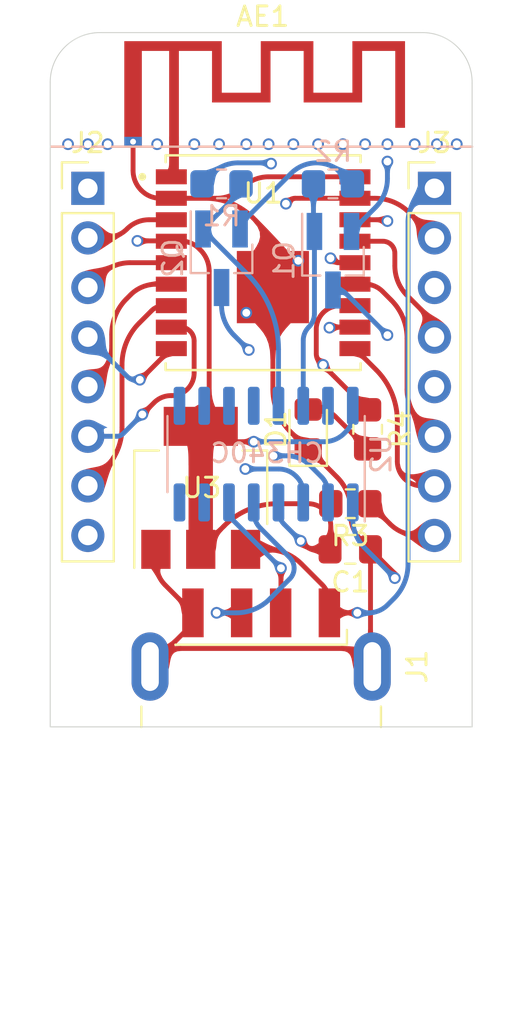
<source format=kicad_pcb>
(kicad_pcb (version 20211014) (generator pcbnew)
  (layers (0 "F.Cu" signal) (1 "In1.Cu" mixed "GP1.Cu") (2 "In2.Cu" mixed "GP2.Cu") (31 "B.Cu" signal) (34 "B.Paste" user) (35 "F.Paste" user) (36 "B.SilkS" user "B.Silkscreen") (37 "F.SilkS" user "F.Silkscreen") (38 "B.Mask" user) (39 "F.Mask" user) (44 "Edge.Cuts" user))
  (net 0 "")
  (net 1 "Net-(AE1-Pad1)")
  (net 2 "+3V3")
  (net 3 "GND")
  (net 4 "VBUS")
  (net 5 "D+")
  (net 6 "D-")
  (net 7 "RST")
  (net 8 "Net-(Q1-Pad2)")
  (net 9 "RTS")
  (net 10 "GPIO0")
  (net 11 "Net-(Q2-Pad2)")
  (net 12 "DTR")
  (net 13 "TX")
  (net 14 "RX")
  (net 15 "GPIO5")
  (net 16 "GPIO4")
  (net 17 "GPIO2")
  (net 18 "GPIO15")
  (net 19 "GPIO13")
  (net 20 "GPIO12")
  (net 21 "GPIO14")
  (net 22 "GPIO16")
  (net 23 "ADC")
  (net 24 "Net-(U2-Pad15)")
  (net 25 "Net-(U2-Pad12)")
  (net 26 "Net-(U2-Pad11)")
  (net 27 "Net-(U2-Pad10)")
  (net 28 "Net-(U2-Pad9)")
  (net 29 "Net-(U2-Pad8)")
  (net 30 "Net-(U2-Pad7)")
  (net 31 "Net-(D1-Pad2)")
  (footprint "RF_Antenna:Texas_SWRA117D_2.4GHz_Right" (layer "F.Cu") (at 106.0196 61.468)
    (fp_text reference "AE1")
    (fp_text value "Antenna")
  )
  (footprint "Capacitor_SMD:C_0805_2012Metric_Pad1.18x1.45mm_HandSolder" (layer "F.Cu") (at 115.062 82.3468 180)
    (fp_text reference "C1")
    (fp_text value "104")
  )
  (footprint "Connector_USB:USB_A_CNCTech_1001-011-01101_Horizontal" (layer "F.Cu") (at 110.49 95.25 -90)
    (fp_text reference "J1")
    (fp_text value "USB_A")
  )
  (footprint "Connector_PinHeader_2.54mm:PinHeader_1x08_P2.54mm_Vertical" (layer "F.Cu") (at 101.6 63.8556)
    (fp_text reference "J2")
    (fp_text value "Conn_RIGHT")
  )
  (footprint "Connector_PinHeader_2.54mm:PinHeader_1x08_P2.54mm_Vertical" (layer "F.Cu") (at 119.38 63.8556)
    (fp_text reference "J3")
    (fp_text value "Conn_LEFT")
  )
  (footprint "Resistor_SMD:R_0805_2012Metric_Pad1.20x1.40mm_HandSolder" (layer "F.Cu") (at 115.062 80.01 180)
    (fp_text reference "R3")
    (fp_text value "4.7K")
  )
  (footprint "ESP-01F:MODULE_ESP-01F" (layer "F.Cu") (at 110.5916 67.6656)
    (fp_text reference "U1")
    (fp_text value "ESP-01F")
  )
  (footprint "Package_TO_SOT_SMD:SOT-223-3_TabPin2" (layer "F.Cu") (at 107.3912 79.1972 90)
    (fp_text reference "U3")
    (fp_text value "AMS1117-3.3")
  )
  (footprint "LED_SMD:LED_0805_2012Metric_Pad1.15x1.40mm_HandSolder" (layer "F.Cu") (at 112.903 76.209 90)
    (fp_text reference "D1")
    (fp_text value "LED")
  )
  (footprint "Resistor_SMD:R_0805_2012Metric_Pad1.20x1.40mm_HandSolder" (layer "F.Cu") (at 115.951 76.2 -90)
    (fp_text reference "R4")
    (fp_text value "220")
  )
  (footprint "Package_TO_SOT_SMD:SOT-23_Handsoldering" (layer "B.Cu") (at 114.173 67.564 -90)
    (fp_text reference "Q1")
    (fp_text value "S8050_SMD")
  )
  (footprint "Package_TO_SOT_SMD:SOT-23_Handsoldering" (layer "B.Cu") (at 108.458 67.437 -90)
    (fp_text reference "Q2")
    (fp_text value "S8050_SMD")
  )
  (footprint "Resistor_SMD:R_0805_2012Metric_Pad1.20x1.40mm_HandSolder" (layer "B.Cu") (at 108.458 63.627)
    (fp_text reference "R1")
    (fp_text value "12K")
  )
  (footprint "Resistor_SMD:R_0805_2012Metric_Pad1.20x1.40mm_HandSolder" (layer "B.Cu") (at 114.173 63.627 180)
    (fp_text reference "R2")
    (fp_text value "12K")
  )
  (footprint "Package_SO:SOIC-16_3.9x9.9mm_P1.27mm" (layer "B.Cu") (at 110.744 77.47 90)
    (fp_text reference "U2")
    (fp_text value "CH340C")
  )
  (gr_line (start 99.7204 61.722) (end 121.3104 61.722) (layer "B.SilkS") (width 0.12))
  (gr_line (start 118.7704 55.88) (end 102.260906 55.88) (layer "Edge.Cuts") (width 0.05))
  (gr_arc (start 99.6696 58.42) (mid 100.431748 56.605718) (end 102.260906 55.88) (layer "Edge.Cuts") (width 0.05))
  (gr_line (start 99.6696 91.44) (end 121.3104 91.44) (layer "Edge.Cuts") (width 0.05))
  (gr_arc (start 118.7704 55.879493) (mid 120.584682 56.641641) (end 121.3104 58.470799) (layer "Edge.Cuts") (width 0.05))
  (gr_line (start 121.3104 58.470799) (end 121.3104 91.44) (layer "Edge.Cuts") (width 0.05))
  (gr_line (start 99.6696 91.44) (end 99.6696 58.42) (layer "Edge.Cuts") (width 0.05))
  (segment (start 105.9506 63.1966) (end 105.8816 63.2656) (width 0.25) (layer "F.Cu") (net 1))
  (segment (start 106.0196 63.030019) (end 106.0196 61.468) (width 0.5) (layer "F.Cu") (net 1))
  (arc (start 106.0196 63.030019) (mid 106.001667 63.120172) (end 105.9506 63.1966) (width 0.5) (layer "F.Cu") (net 1))
  (segment (start 112.522 81.915) (end 112.7379 82.1309) (width 0.25) (layer "F.Cu") (net 2))
  (segment (start 108.736058 76.835) (end 110.109 76.835) (width 0.25) (layer "F.Cu") (net 2))
  (segment (start 114.062 81.15965) (end 114.062 82.282783) (width 0.25) (layer "F.Cu") (net 2))
  (segment (start 108.53665 81.201748) (end 108.602703 81.135696) (width 0.25) (layer "F.Cu") (net 2))
  (segment (start 111.8987 64.5043) (end 111.76 64.643) (width 0.25) (layer "F.Cu") (net 2))
  (segment (start 107.823 68.09585) (end 107.823 75.310071) (width 0.25) (layer "F.Cu") (net 2))
  (segment (start 107.3912 76.352528) (end 107.3912 82.3472) (width 1.25) (layer "F.Cu") (net 2))
  (segment (start 112.91235 80.01) (end 111.320375 80.01) (width 0.25) (layer "F.Cu") (net 2))
  (segment (start 108.602703 81.135696) (end 108.602703 81.135697) (width 0.25) (layer "F.Cu") (net 2))
  (segment (start 113.259128 82.3468) (end 113.997983 82.3468) (width 0.25) (layer "F.Cu") (net 2))
  (segment (start 112.999994 64.3656) (end 112.489032 64.3656) (width 0.25) (layer "F.Cu") (net 2))
  (segment (start 115.555943 64.3656) (end 115.29591 64.3656) (width 0.25) (layer "F.Cu") (net 2))
  (segment (start 116.069181 64.3656) (end 115.555943 64.3656) (width 0.25) (layer "F.Cu") (net 2))
  (segment (start 104.14 66.548) (end 105.851554 66.548) (width 0.25) (layer "F.Cu") (net 2))
  (segment (start 113.256612 64.3656) (end 112.999994 64.3656) (width 0.25) (layer "F.Cu") (net 2))
  (segment (start 115.29591 64.3656) (end 114.276261 64.3656) (width 0.25) (layer "F.Cu") (net 2))
  (segment (start 106.4041 66.5656) (end 105.894045 66.5656) (width 0.25) (layer "F.Cu") (net 2))
  (segment (start 114.276261 64.3656) (end 113.256612 64.3656) (width 0.25) (layer "F.Cu") (net 2))
  (segment (start 112.233551 64.3656) (end 112.489032 64.3656) (width 0.25) (layer "F.Cu") (net 2))
  (segment (start 118.074218 65.089818) (end 119.38 66.3956) (width 0.25) (layer "F.Cu") (net 2))
  (segment (start 108.602703 81.135697) (end 107.3912 82.3472) (width 0.25) (layer "F.Cu") (net 2))
  (segment (start 107.7851 76.4411) (end 107.6071 76.2631) (width 0.25) (layer "F.Cu") (net 2))
  (segment (start 107.3748 67.0138) (end 107.296063 66.935063) (width 0.25) (layer "F.Cu") (net 2))
  (segment (start 116.069181 64.3656) (end 116.3258 64.3656) (width 0.25) (layer "F.Cu") (net 2))
  (via (at 104.14 66.548) (size 0.6) (drill 0.4) (layers "F.Cu" "B.Cu") (net 2))
  (via (at 110.109 76.835) (size 0.6) (drill 0.4) (layers "F.Cu" "B.Cu") (net 2))
  (via (at 112.522 81.915) (size 0.6) (drill 0.4) (layers "F.Cu" "B.Cu") (net 2))
  (via (at 111.76 64.643) (size 0.6) (drill 0.4) (layers "F.Cu" "B.Cu") (net 2))
  (arc (start 105.8728 66.5568) (mid 105.882547 66.563312) (end 105.894045 66.5656) (width 0.25) (layer "F.Cu") (net 2))
  (arc (start 107.3912 76.352528) (mid 107.469272 76.235684) (end 107.6071 76.2631) (width 0.25) (layer "F.Cu") (net 2))
  (arc (start 114.04325 82.32805) (mid 114.022481 82.341927) (end 113.997983 82.3468) (width 0.25) (layer "F.Cu") (net 2))
  (arc (start 107.7851 76.4411) (mid 108.221403 76.732628) (end 108.736058 76.835) (width 0.25) (layer "F.Cu") (net 2))
  (arc (start 116.3258 64.3656) (mid 117.272037 64.553818) (end 118.074218 65.089818) (width 0.25) (layer "F.Cu") (net 2))
  (arc (start 106.4041 66.5656) (mid 106.886826 66.66162) (end 107.296063 66.935063) (width 0.25) (layer "F.Cu") (net 2))
  (arc (start 107.823 75.310071) (mid 107.766889 75.592158) (end 107.6071 75.8313) (width 0.25) (layer "F.Cu") (net 2))
  (arc (start 111.8987 64.5043) (mid 112.052331 64.401646) (end 112.233551 64.3656) (width 0.25) (layer "F.Cu") (net 2))
  (arc (start 105.8728 66.5568) (mid 105.863052 66.550287) (end 105.851554 66.548) (width 0.25) (layer "F.Cu") (net 2))
  (arc (start 112.7379 82.1309) (mid 112.977041 82.290689) (end 113.259128 82.3468) (width 0.25) (layer "F.Cu") (net 2))
  (arc (start 108.602703 81.135696) (mid 109.849581 80.302558) (end 111.320375 80.01) (width 0.25) (layer "F.Cu") (net 2))
  (arc (start 107.6071 76.2631) (mid 107.517671 76.0472) (end 107.6071 75.8313) (width 0.25) (layer "F.Cu") (net 2))
  (arc (start 114.062 81.15965) (mid 113.725275 80.346724) (end 112.91235 80.01) (width 0.25) (layer "F.Cu") (net 2))
  (arc (start 107.823 68.09585) (mid 107.706516 67.510248) (end 107.3748 67.0138) (width 0.25) (layer "F.Cu") (net 2))
  (arc (start 114.04325 82.32805) (mid 114.057127 82.307281) (end 114.062 82.282783) (width 0.25) (layer "F.Cu") (net 2))
  (arc (start 107.3912 76.352528) (mid 107.44731 76.070441) (end 107.6071 75.8313) (width 0.25) (layer "F.Cu") (net 2))
  (segment (start 114.844285 76.314714) (end 114.756499 76.402499) (width 0.25) (layer "B.Cu") (net 2))
  (segment (start 113.712352 76.835) (end 110.109 76.835) (width 0.25) (layer "B.Cu") (net 2))
  (segment (start 115.189 75.4825) (end 115.189 74.995) (width 0.25) (layer "B.Cu") (net 2))
  (segment (start 111.379 80.034802) (end 111.379 80.3585) (width 0.25) (layer "B.Cu") (net 2))
  (segment (start 112.522 81.915) (end 111.671388 81.064388) (width 0.25) (layer "B.Cu") (net 2))
  (segment (start 111.4425 79.8815) (end 111.506 79.818) (width 0.25) (layer "B.Cu") (net 2))
  (arc (start 111.671388 81.064388) (mid 111.454989 80.740524) (end 111.379 80.3585) (width 0.25) (layer "B.Cu") (net 2))
  (arc (start 113.712352 76.835) (mid 114.27744 76.722596) (end 114.756499 76.402499) (width 0.25) (layer "B.Cu") (net 2))
  (arc (start 111.379 80.034802) (mid 111.395503 79.951835) (end 111.4425 79.8815) (width 0.25) (layer "B.Cu") (net 2))
  (arc (start 114.844285 76.314714) (mid 115.099411 75.932891) (end 115.189 75.4825) (width 0.25) (layer "B.Cu") (net 2))
  (segment (start 104.3356 63.9496) (end 104.352084 63.966084) (width 0.25) (layer "F.Cu") (net 3))
  (segment (start 115.08699 80.34269) (end 115.08699 80.618337) (width 0.25) (layer "F.Cu") (net 3))
  (segment (start 106.4466 64.3656) (end 108.211582 64.3656) (width 0.25) (layer "F.Cu") (net 3))
  (segment (start 105.2525 87.887499) (end 106.795545 86.344454) (width 0.25) (layer "F.Cu") (net 3))
  (segment (start 106.4466 64.3656) (end 105.3166 64.3656) (width 0.25) (layer "F.Cu") (net 3))
  (segment (start 111.0916 69.8636) (end 111.0916 70.4956) (width 0.25) (layer "F.Cu") (net 3))
  (segment (start 106.795545 85.405545) (end 105.569911 84.179911) (width 0.25) (layer "F.Cu") (net 3))
  (segment (start 110.867217 63.2656) (end 115.3016 63.2656) (width 0.25) (layer "F.Cu") (net 3))
  (segment (start 114.385822 78.649922) (end 112.993552 77.257652) (width 0.25) (layer "F.Cu") (net 3))
  (segment (start 111.0916 71.990527) (end 111.0916 73.424673) (width 0.25) (layer "F.Cu") (net 3))
  (segment (start 116.0995 88.195506) (end 116.0995 83.062752) (width 0.25) (layer "F.Cu") (net 3))
  (segment (start 116.605755 82.853055) (end 117.268556 83.515856) (width 0.25) (layer "F.Cu") (net 3))
  (segment (start 115.727499 87.887499) (end 116.14475 88.30475) (width 0.25) (layer "F.Cu") (net 3))
  (segment (start 103.9196 62.945287) (end 103.9196 61.468) (width 0.25) (layer "F.Cu") (net 3))
  (segment (start 106.369075 87.424999) (end 114.610924 87.424999) (width 0.25) (layer "F.Cu") (net 3))
  (segment (start 106.4466 64.3656) (end 107.63983 64.3656) (width 0.25) (layer "F.Cu") (net 3))
  (segment (start 111.0916 70.4956) (end 111.0916 71.990527) (width 0.25) (layer "F.Cu") (net 3))
  (segment (start 116.605755 82.853055) (end 115.593245 81.840545) (width 0.25) (layer "F.Cu") (net 3))
  (segment (start 111.0916 67.9676) (end 111.0916 68.5996) (width 0.25) (layer "F.Cu") (net 3))
  (segment (start 106.4466 64.3656) (end 105.3166 64.3656) (width 0.25) (layer "F.Cu") (net 3))
  (segment (start 105.0912 83.0242) (end 105.0912 82.3472) (width 0.25) (layer "F.Cu") (net 3))
  (segment (start 111.0916 74.141746) (end 111.0916 73.424673) (width 0.25) (layer "F.Cu") (net 3))
  (segment (start 117.348 83.70765) (end 117.348 83.82) (width 0.25) (layer "F.Cu") (net 3))
  (segment (start 111.0916 69.2316) (end 111.0916 69.8636) (width 0.25) (layer "F.Cu") (net 3))
  (segment (start 110.0806 65.3766) (end 110.197817 65.493817) (width 0.25) (layer "F.Cu") (net 3))
  (segment (start 112.879347 77.210347) (end 111.9973 76.3283) (width 0.25) (layer "F.Cu") (net 3))
  (segment (start 111.0916 67.9676) (end 111.0916 67.6516) (width 0.25) (layer "F.Cu") (net 3))
  (segment (start 111.0916 69.2316) (end 111.0916 68.5996) (width 0.25) (layer "F.Cu") (net 3))
  (via (at 102.616 61.595) (size 0.6) (drill 0.4) (layers "F.Cu" "B.Cu") (net 3))
  (via (at 118.364 61.595) (size 0.6) (drill 0.4) (layers "F.Cu" "B.Cu") (net 3))
  (via (at 109.728 70.231) (size 0.6) (drill 0.4) (layers "F.Cu" "B.Cu") (net 3))
  (via (at 100.584 61.595) (size 0.6) (drill 0.4) (layers "F.Cu" "B.Cu") (net 3))
  (via (at 112.395 67.564) (size 0.6) (drill 0.4) (layers "F.Cu" "B.Cu") (net 3))
  (via (at 113.411 61.595) (size 0.6) (drill 0.4) (layers "F.Cu" "B.Cu") (net 3))
  (via (at 107.061 61.595) (size 0.6) (drill 0.4) (layers "F.Cu" "B.Cu") (net 3))
  (via (at 108.331 61.595) (size 0.6) (drill 0.4) (layers "F.Cu" "B.Cu") (net 3))
  (via (at 116.967 61.595) (size 0.6) (drill 0.4) (layers "F.Cu" "B.Cu") (net 3))
  (via (at 101.6 61.595) (size 0.6) (drill 0.4) (layers "F.Cu" "B.Cu") (net 3))
  (via (at 110.871 61.595) (size 0.6) (drill 0.4) (layers "F.Cu" "B.Cu") (net 3))
  (via (at 114.681 61.595) (size 0.6) (drill 0.4) (layers "F.Cu" "B.Cu") (net 3))
  (via (at 109.728 61.595) (size 0.6) (drill 0.4) (layers "F.Cu" "B.Cu") (net 3))
  (via (at 117.348 83.82) (size 0.6) (drill 0.4) (layers "F.Cu" "B.Cu") (net 3))
  (via (at 112.141 61.595) (size 0.6) (drill 0.4) (layers "F.Cu" "B.Cu") (net 3))
  (via (at 120.523 61.595) (size 0.6) (drill 0.4) (layers "F.Cu" "B.Cu") (net 3))
  (via (at 119.507 61.595) (size 0.6) (drill 0.4) (layers "F.Cu" "B.Cu") (net 3))
  (via (at 115.824 61.595) (size 0.6) (drill 0.4) (layers "F.Cu" "B.Cu") (net 3))
  (via (at 105.156 61.595) (size 0.6) (drill 0.4) (layers "F.Cu" "B.Cu") (net 3))
  (arc (start 111.0916 67.6516) (mid 110.859313 66.483816) (end 110.197817 65.493817) (width 0.25) (layer "F.Cu") (net 3))
  (arc (start 110.867217 63.2656) (mid 110.148607 63.40854) (end 109.5394 63.8156) (width 0.25) (layer "F.Cu") (net 3))
  (arc (start 105.569911 84.179911) (mid 105.215612 83.649666) (end 105.0912 83.0242) (width 0.25) (layer "F.Cu") (net 3))
  (arc (start 104.3356 63.9496) (mid 104.027714 63.488817) (end 103.9196 62.945287) (width 0.25) (layer "F.Cu") (net 3))
  (arc (start 116.0995 88.195506) (mid 116.11126 88.254628) (end 116.14475 88.30475) (width 0.25) (layer "F.Cu") (net 3))
  (arc (start 115.593245 81.840545) (mid 115.967928 82.401298) (end 116.0995 83.062752) (width 0.25) (layer "F.Cu") (net 3))
  (arc (start 115.593245 81.840545) (mid 115.218561 81.279791) (end 115.08699 80.618337) (width 0.25) (layer "F.Cu") (net 3))
  (arc (start 115.08699 80.34269) (mid 114.904762 79.42657) (end 114.385822 78.649922) (width 0.25) (layer "F.Cu") (net 3))
  (arc (start 117.348 83.70765) (mid 117.327353 83.603851) (end 117.268556 83.515856) (width 0.25) (layer "F.Cu") (net 3))
  (arc (start 106.4466 64.3656) (mid 106.4466 64.3656) (end 106.4466 64.3656) (width 0.25) (layer "F.Cu") (net 3))
  (arc (start 105.2525 87.887499) (mid 105.764789 87.545198) (end 106.369075 87.424999) (width 0.25) (layer "F.Cu") (net 3))
  (arc (start 112.93645 77.234) (mid 112.905546 77.227852) (end 112.879347 77.210347) (width 0.25) (layer "F.Cu") (net 3))
  (arc (start 112.93645 77.234) (mid 112.967353 77.240146) (end 112.993552 77.257652) (width 0.25) (layer "F.Cu") (net 3))
  (arc (start 109.5394 63.8156) (mid 108.930192 64.222659) (end 108.211582 64.3656) (width 0.25) (layer "F.Cu") (net 3))
  (arc (start 115.727499 87.887499) (mid 115.21521 87.545198) (end 114.610924 87.424999) (width 0.25) (layer "F.Cu") (net 3))
  (arc (start 104.352084 63.966084) (mid 104.794607 64.261769) (end 105.3166 64.3656) (width 0.25) (layer "F.Cu") (net 3))
  (arc (start 111.0916 74.141746) (mid 111.326983 75.3251) (end 111.9973 76.3283) (width 0.25) (layer "F.Cu") (net 3))
  (arc (start 116.14475 88.30475) (mid 116.14475 88.30475) (end 116.14475 88.30475) (width 0.25) (layer "F.Cu") (net 3))
  (arc (start 105.2525 87.887499) (mid 105.2525 87.887499) (end 105.2525 87.887499) (width 0.25) (layer "F.Cu") (net 3))
  (arc (start 107.63983 64.3656) (mid 108.960765 64.62835) (end 110.0806 65.3766) (width 0.25) (layer "F.Cu") (net 3))
  (arc (start 116.605755 82.853055) (mid 116.282569 82.788769) (end 116.0995 83.062752) (width 0.25) (layer "F.Cu") (net 3))
  (arc (start 106.99 85.875) (mid 106.939462 85.620932) (end 106.795545 85.405545) (width 0.25) (layer "F.Cu") (net 3))
  (arc (start 106.99 85.875) (mid 106.939462 86.129066) (end 106.795545 86.344454) (width 0.25) (layer "F.Cu") (net 3))
  (segment (start 115.795697 82.267697) (end 117.348 83.82) (width 0.25) (layer "B.Cu") (net 3))
  (segment (start 115.189 80.803) (end 115.189 79.945) (width 0.25) (layer "B.Cu") (net 3))
  (arc (start 115.189 80.803) (mid 115.346675 81.595688) (end 115.795697 82.267697) (width 0.25) (layer "B.Cu") (net 3))
  (segment (start 113.610283 84.146283) (end 112.560733 83.096733) (width 0.25) (layer "F.Cu") (net 4))
  (segment (start 115.4245 85.598) (end 113.993414 85.598) (width 0.25) (layer "F.Cu") (net 4))
  (segment (start 110.7512 82.3472) (end 109.6912 82.3472) (width 0.25) (layer "F.Cu") (net 4))
  (segment (start 113.99 85.598585) (end 113.99 85.063) (width 0.25) (layer "F.Cu") (net 4))
  (via (at 115.4245 85.598) (size 0.6) (drill 0.4) (layers "F.Cu" "B.Cu") (net 4))
  (arc (start 113.99 85.598585) (mid 113.990361 85.599126) (end 113.991 85.599) (width 0.25) (layer "F.Cu") (net 4))
  (arc (start 113.610283 84.146283) (mid 113.891314 84.566876) (end 113.99 85.063) (width 0.25) (layer "F.Cu") (net 4))
  (arc (start 112.560733 83.096733) (mid 111.730512 82.541997) (end 110.7512 82.3472) (width 0.25) (layer "F.Cu") (net 4))
  (arc (start 113.993414 85.598) (mid 113.992107 85.598259) (end 113.991 85.599) (width 0.25) (layer "F.Cu") (net 4))
  (segment (start 116.973644 85.193357) (end 117.296001 84.871) (width 0.25) (layer "B.Cu") (net 4))
  (segment (start 115.4245 85.598) (end 115.996751 85.598) (width 0.25) (layer "B.Cu") (net 4))
  (segment (start 119.2022 63.8556) (end 119.38 63.8556) (width 0.25) (layer "B.Cu") (net 4))
  (segment (start 118.023001 65.565095) (end 118.023001 83.115868) (width 0.25) (layer "B.Cu") (net 4))
  (segment (start 118.898676 63.981323) (end 118.5237 64.356299) (width 0.25) (layer "B.Cu") (net 4))
  (arc (start 118.898676 63.981323) (mid 119.037934 63.888274) (end 119.2022 63.8556) (width 0.25) (layer "B.Cu") (net 4))
  (arc (start 118.023001 83.115868) (mid 117.834059 84.065738) (end 117.296001 84.871) (width 0.25) (layer "B.Cu") (net 4))
  (arc (start 116.973644 85.193357) (mid 116.525441 85.492836) (end 115.996751 85.598) (width 0.25) (layer "B.Cu") (net 4))
  (arc (start 118.023001 65.565095) (mid 118.153128 64.910899) (end 118.5237 64.356299) (width 0.25) (layer "B.Cu") (net 4))
  (segment (start 109.486585 85.598) (end 108.204 85.598) (width 0.25) (layer "F.Cu") (net 5))
  (segment (start 109.489 85.599) (end 109.49 85.6) (width 0.25) (layer "F.Cu") (net 5))
  (via (at 108.204 85.598) (size 0.6) (drill 0.4) (layers "F.Cu" "B.Cu") (net 5))
  (arc (start 109.486585 85.598) (mid 109.487892 85.598259) (end 109.489 85.599) (width 0.25) (layer "F.Cu") (net 5))
  (segment (start 111.953312 83.863689) (end 110.931412 84.885589) (width 0.25) (layer "B.Cu") (net 5))
  (segment (start 110.109 80.4325) (end 110.109 79.945) (width 0.25) (layer "B.Cu") (net 5))
  (segment (start 109.211501 85.598) (end 108.204 85.598) (width 0.25) (layer "B.Cu") (net 5))
  (segment (start 111.953312 82.764312) (end 110.453714 81.264714) (width 0.25) (layer "B.Cu") (net 5))
  (arc (start 111.953312 82.764312) (mid 112.121826 83.016511) (end 112.181001 83.314001) (width 0.25) (layer "B.Cu") (net 5))
  (arc (start 110.109 80.4325) (mid 110.198588 80.882891) (end 110.453714 81.264714) (width 0.25) (layer "B.Cu") (net 5))
  (arc (start 110.931412 84.885589) (mid 110.14231 85.41285) (end 109.211501 85.598) (width 0.25) (layer "B.Cu") (net 5))
  (arc (start 111.953312 83.863689) (mid 112.121826 83.61149) (end 112.181001 83.314001) (width 0.25) (layer "B.Cu") (net 5))
  (segment (start 111.506 83.312) (end 111.506 85.572686) (width 0.25) (layer "F.Cu") (net 6))
  (segment (start 111.498 85.592) (end 111.49 85.6) (width 0.25) (layer "F.Cu") (net 6))
  (via (at 111.506 83.312) (size 0.6) (drill 0.4) (layers "F.Cu" "B.Cu") (net 6))
  (arc (start 111.498 85.592) (mid 111.50392 85.583138) (end 111.506 85.572686) (width 0.25) (layer "F.Cu") (net 6))
  (segment (start 109.086487 80.892487) (end 111.506 83.312) (width 0.25) (layer "B.Cu") (net 6))
  (segment (start 108.839 80.295) (end 108.839 79.945) (width 0.25) (layer "B.Cu") (net 6))
  (arc (start 109.086487 80.892487) (mid 108.903319 80.618357) (end 108.839 80.295) (width 0.25) (layer "B.Cu") (net 6))
  (segment (start 116.9338 65.4988) (end 116.967 65.532) (width 0.25) (layer "F.Cu") (net 7))
  (segment (start 116.853648 65.4656) (end 115.3016 65.4656) (width 0.25) (layer "F.Cu") (net 7))
  (via (at 116.967 65.532) (size 0.6) (drill 0.4) (layers "F.Cu" "B.Cu") (net 7))
  (via (at 116.967 71.374) (size 0.6) (drill 0.4) (layers "F.Cu" "B.Cu") (net 7))
  (arc (start 116.9338 65.4988) (mid 116.897025 65.474228) (end 116.853648 65.4656) (width 0.25) (layer "F.Cu") (net 7))
  (segment (start 114.415 69.064) (end 114.173 69.064) (width 0.25) (layer "B.Cu") (net 7))
  (segment (start 114.828119 69.235119) (end 116.967 71.374) (width 0.25) (layer "B.Cu") (net 7))
  (arc (start 114.828119 69.235119) (mid 114.638578 69.108472) (end 114.415 69.064) (width 0.25) (layer "B.Cu") (net 7))
  (via (at 116.967 62.484) (size 0.6) (drill 0.4) (layers "F.Cu" "B.Cu") (net 8))
  (via (at 110.998 62.5906) (size 0.6) (drill 0.4) (layers "F.Cu" "B.Cu") (net 8))
  (segment (start 110.978695 62.571295) (end 110.998 62.5906) (width 0.25) (layer "B.Cu") (net 8))
  (segment (start 107.995505 63.089495) (end 107.458 63.627) (width 0.25) (layer "B.Cu") (net 8))
  (segment (start 116.967 63.352) (end 116.967 62.484) (width 0.25) (layer "B.Cu") (net 8))
  (segment (start 116.353231 64.833768) (end 115.123 66.064) (width 0.25) (layer "B.Cu") (net 8))
  (segment (start 110.932088 62.55199) (end 109.293156 62.55199) (width 0.25) (layer "B.Cu") (net 8))
  (arc (start 116.353231 64.833768) (mid 116.807486 64.153927) (end 116.967 63.352) (width 0.25) (layer "B.Cu") (net 8))
  (arc (start 110.932088 62.55199) (mid 110.957311 62.557007) (end 110.978695 62.571295) (width 0.25) (layer "B.Cu") (net 8))
  (arc (start 109.293156 62.55199) (mid 108.590872 62.691682) (end 107.995505 63.089495) (width 0.25) (layer "B.Cu") (net 8))
  (segment (start 113.173 65.978644) (end 113.173 63.627) (width 0.25) (layer "B.Cu") (net 9))
  (segment (start 112.649 71.652879) (end 112.649 74.995) (width 0.25) (layer "B.Cu") (net 9))
  (segment (start 113.223 70.26712) (end 113.223 66.099355) (width 0.25) (layer "B.Cu") (net 9))
  (arc (start 113.173 65.978644) (mid 113.179497 66.011308) (end 113.198 66.039) (width 0.25) (layer "B.Cu") (net 9))
  (arc (start 113.223 70.26712) (mid 113.148411 70.642104) (end 112.936 70.96) (width 0.25) (layer "B.Cu") (net 9))
  (arc (start 112.936 70.96) (mid 112.723588 71.277895) (end 112.649 71.652879) (width 0.25) (layer "B.Cu") (net 9))
  (arc (start 113.223 66.099355) (mid 113.216502 66.066691) (end 113.198 66.039) (width 0.25) (layer "B.Cu") (net 9))
  (segment (start 113.991601 70.993) (end 114.005301 70.9793) (width 0.25) (layer "F.Cu") (net 10))
  (segment (start 114.038375 70.9656) (end 115.3016 70.9656) (width 0.25) (layer "F.Cu") (net 10))
  (segment (start 118.5338 81.6356) (end 119.38 81.6356) (width 0.25) (layer "F.Cu") (net 10))
  (segment (start 117.089246 81.037246) (end 116.062 80.01) (width 0.25) (layer "F.Cu") (net 10))
  (via (at 109.855 72.136) (size 0.6) (drill 0.4) (layers "F.Cu" "B.Cu") (net 10))
  (via (at 113.991601 70.993) (size 0.6) (drill 0.4) (layers "F.Cu" "B.Cu") (net 10))
  (arc (start 114.005301 70.9793) (mid 114.020475 70.96916) (end 114.038375 70.9656) (width 0.25) (layer "F.Cu") (net 10))
  (arc (start 118.5338 81.6356) (mid 117.752013 81.480092) (end 117.089246 81.037246) (width 0.25) (layer "F.Cu") (net 10))
  (segment (start 108.458 69.838) (end 108.458 68.937) (width 0.25) (layer "B.Cu") (net 10))
  (segment (start 109.095103 71.376103) (end 109.855 72.136) (width 0.25) (layer "B.Cu") (net 10))
  (arc (start 109.095103 71.376103) (mid 108.623577 70.670415) (end 108.458 69.838) (width 0.25) (layer "B.Cu") (net 10))
  (segment (start 113.33105 62.55199) (end 113.337843 62.55199) (width 0.25) (layer "B.Cu") (net 11))
  (segment (start 109.408 65.82255) (end 109.408 65.937) (width 0.25) (layer "B.Cu") (net 11))
  (segment (start 114.635495 63.089495) (end 115.173 63.627) (width 0.25) (layer "B.Cu") (net 11))
  (segment (start 112.021801 63.094298) (end 109.488928 65.627171) (width 0.25) (layer "B.Cu") (net 11))
  (arc (start 113.337843 62.55199) (mid 114.040127 62.691682) (end 114.635495 63.089495) (width 0.25) (layer "B.Cu") (net 11))
  (arc (start 113.33105 62.55199) (mid 112.622489 62.692931) (end 112.021801 63.094298) (width 0.25) (layer "B.Cu") (net 11))
  (arc (start 109.408 65.82255) (mid 109.429032 65.716811) (end 109.488928 65.627171) (width 0.25) (layer "B.Cu") (net 11))
  (segment (start 109.33072 64.114279) (end 107.522849 65.92215) (width 0.25) (layer "B.Cu") (net 12))
  (segment (start 109.785207 68.256207) (end 107.522849 65.993849) (width 0.25) (layer "B.Cu") (net 12))
  (segment (start 109.458 63.807) (end 109.458 63.627) (width 0.25) (layer "B.Cu") (net 12))
  (segment (start 111.379 72.103963) (end 111.379 74.995) (width 0.25) (layer "B.Cu") (net 12))
  (arc (start 107.508 65.958) (mid 107.511859 65.977401) (end 107.522849 65.993849) (width 0.25) (layer "B.Cu") (net 12))
  (arc (start 111.379 72.103963) (mid 110.964786 70.021572) (end 109.785207 68.256207) (width 0.25) (layer "B.Cu") (net 12))
  (arc (start 109.33072 64.114279) (mid 109.424921 63.973298) (end 109.458 63.807) (width 0.25) (layer "B.Cu") (net 12))
  (arc (start 107.508 65.958) (mid 107.511859 65.938598) (end 107.522849 65.92215) (width 0.25) (layer "B.Cu") (net 12))
  (segment (start 117.980012 69.348614) (end 119.122967 70.491569) (width 0.25) (layer "F.Cu") (net 13))
  (segment (start 116.727637 66.5656) (end 115.3016 66.5656) (width 0.25) (layer "F.Cu") (net 13))
  (segment (start 117.348 67.185962) (end 117.348 67.822801) (width 0.25) (layer "F.Cu") (net 13))
  (segment (start 119.38 71.112101) (end 119.38 71.4756) (width 0.25) (layer "F.Cu") (net 13))
  (via (at 109.6772 78.232) (size 0.6) (drill 0.4) (layers "F.Cu" "B.Cu") (net 13))
  (arc (start 117.980012 69.348614) (mid 117.512254 68.648565) (end 117.348 67.822801) (width 0.25) (layer "F.Cu") (net 13))
  (arc (start 117.348 67.185962) (mid 117.300777 66.948559) (end 117.1663 66.7473) (width 0.25) (layer "F.Cu") (net 13))
  (arc (start 116.727637 66.5656) (mid 116.965039 66.612822) (end 117.1663 66.7473) (width 0.25) (layer "F.Cu") (net 13))
  (arc (start 119.38 71.112101) (mid 119.313199 70.776271) (end 119.122967 70.491569) (width 0.25) (layer "F.Cu") (net 13))
  (segment (start 109.6772 78.232) (end 111.389155 78.232) (width 0.25) (layer "B.Cu") (net 13))
  (segment (start 112.649 79.4575) (end 112.649 79.945) (width 0.25) (layer "B.Cu") (net 13))
  (segment (start 112.28 78.601) (end 112.304285 78.625285) (width 0.25) (layer "B.Cu") (net 13))
  (arc (start 112.304285 78.625285) (mid 112.559411 79.007108) (end 112.649 79.4575) (width 0.25) (layer "B.Cu") (net 13))
  (arc (start 111.389155 78.232) (mid 111.871277 78.327905) (end 112.28 78.601) (width 0.25) (layer "B.Cu") (net 13))
  (segment (start 114.436244 67.6656) (end 115.3016 67.6656) (width 0.25) (layer "F.Cu") (net 14))
  (segment (start 114.1603 67.5513) (end 114.046 67.437) (width 0.25) (layer "F.Cu") (net 14))
  (via (at 114.046 67.437) (size 0.6) (drill 0.4) (layers "F.Cu" "B.Cu") (net 14))
  (via (at 111.125 77.557) (size 0.6) (drill 0.4) (layers "F.Cu" "B.Cu") (net 14))
  (arc (start 114.436244 67.6656) (mid 114.286904 67.635894) (end 114.1603 67.5513) (width 0.25) (layer "F.Cu") (net 14))
  (segment (start 113.574285 78.625285) (end 112.994257 78.045257) (width 0.25) (layer "B.Cu") (net 14))
  (segment (start 111.125 77.557) (end 111.8155 77.557) (width 0.25) (layer "B.Cu") (net 14))
  (segment (start 113.919 79.4575) (end 113.919 79.945) (width 0.25) (layer "B.Cu") (net 14))
  (arc (start 113.574285 78.625285) (mid 113.829411 79.007108) (end 113.919 79.4575) (width 0.25) (layer "B.Cu") (net 14))
  (arc (start 112.994257 78.045257) (mid 112.453438 77.683893) (end 111.8155 77.557) (width 0.25) (layer "B.Cu") (net 14))
  (segment (start 118.677505 75.853105) (end 119.38 76.5556) (width 0.25) (layer "F.Cu") (net 15))
  (segment (start 117.160805 69.579805) (end 116.716063 69.135063) (width 0.25) (layer "F.Cu") (net 15))
  (segment (start 115.8241 68.7656) (end 115.3016 68.7656) (width 0.25) (layer "F.Cu") (net 15))
  (segment (start 117.97501 74.157132) (end 117.97501 71.545469) (width 0.25) (layer "F.Cu") (net 15))
  (arc (start 116.716063 69.135063) (mid 116.306826 68.86162) (end 115.8241 68.7656) (width 0.25) (layer "F.Cu") (net 15))
  (arc (start 117.160805 69.579805) (mid 117.763405 70.481659) (end 117.97501 71.545469) (width 0.25) (layer "F.Cu") (net 15))
  (arc (start 117.97501 74.157132) (mid 118.157582 75.074985) (end 118.677505 75.853105) (width 0.25) (layer "F.Cu") (net 15))
  (segment (start 114.292 73.541) (end 114.192281 73.441281) (width 0.25) (layer "F.Cu") (net 16))
  (segment (start 114.292 73.541) (end 114.6095 73.8585) (width 0.25) (layer "F.Cu") (net 16))
  (segment (start 114.074218 73.323218) (end 114.192281 73.441281) (width 0.25) (layer "F.Cu") (net 16))
  (segment (start 113.661 72.902) (end 113.665 72.898) (width 0.25) (layer "F.Cu") (net 16))
  (segment (start 113.814749 73.063749) (end 113.890124 73.139124) (width 0.25) (layer "F.Cu") (net 16))
  (segment (start 113.974499 73.223499) (end 114.055874 73.304874) (width 0.25) (layer "F.Cu") (net 16))
  (segment (start 113.893124 73.142124) (end 113.974499 73.223499) (width 0.25) (layer "F.Cu") (net 16))
  (segment (start 114.055874 73.304874) (end 114.074218 73.323218) (width 0.25) (layer "F.Cu") (net 16))
  (segment (start 113.71903 72.96803) (end 113.739374 72.988374) (width 0.25) (layer "F.Cu") (net 16))
  (segment (start 113.893124 73.142124) (end 113.890124 73.139124) (width 0.25) (layer "F.Cu") (net 16))
  (segment (start 113.653 72.902) (end 113.4868 72.7358) (width 0.25) (layer "F.Cu") (net 16))
  (segment (start 114.535132 69.8656) (end 115.3016 69.8656) (width 0.25) (layer "F.Cu") (net 16))
  (segment (start 114.6095 73.8585) (end 115.951 75.2) (width 0.25) (layer "F.Cu") (net 16))
  (segment (start 113.316601 71.084131) (end 113.316601 72.324902) (width 0.25) (layer "F.Cu") (net 16))
  (segment (start 113.739374 72.988374) (end 113.814749 73.063749) (width 0.25) (layer "F.Cu") (net 16))
  (segment (start 113.661 72.91) (end 113.653 72.902) (width 0.25) (layer "F.Cu") (net 16))
  (segment (start 113.680343 72.929343) (end 113.71903 72.96803) (width 0.25) (layer "F.Cu") (net 16))
  (segment (start 113.661 72.91) (end 113.680343 72.929343) (width 0.25) (layer "F.Cu") (net 16))
  (via (at 113.665 72.898) (size 0.6) (drill 0.4) (layers "F.Cu" "B.Cu") (net 16))
  (arc (start 114.535132 69.8656) (mid 114.06882 69.958355) (end 113.6735 70.222499) (width 0.25) (layer "F.Cu") (net 16))
  (arc (start 113.316601 71.084131) (mid 113.409356 70.617819) (end 113.6735 70.222499) (width 0.25) (layer "F.Cu") (net 16))
  (arc (start 113.4868 72.7358) (mid 113.360834 72.547278) (end 113.316601 72.324902) (width 0.25) (layer "F.Cu") (net 16))
  (arc (start 113.661 72.91) (mid 113.659343 72.906) (end 113.661 72.902) (width 0.25) (layer "F.Cu") (net 16))
  (arc (start 113.661 72.902) (mid 113.657 72.903656) (end 113.653 72.902) (width 0.25) (layer "F.Cu") (net 16))
  (segment (start 116.3883 73.1523) (end 115.3016 72.0656) (width 0.25) (layer "F.Cu") (net 17))
  (segment (start 117.475 75.775825) (end 117.475 77.838145) (width 0.25) (layer "F.Cu") (net 17))
  (segment (start 118.732454 79.0956) (end 119.38 79.0956) (width 0.25) (layer "F.Cu") (net 17))
  (arc (start 118.732454 79.0956) (mid 118.251247 78.999881) (end 117.8433 78.7273) (width 0.25) (layer "F.Cu") (net 17))
  (arc (start 117.475 77.838145) (mid 117.570718 78.319352) (end 117.8433 78.7273) (width 0.25) (layer "F.Cu") (net 17))
  (arc (start 117.475 75.775825) (mid 117.192575 74.355983) (end 116.3883 73.1523) (width 0.25) (layer "F.Cu") (net 17))
  (segment (start 104.294341 73.652858) (end 105.8816 72.0656) (width 0.25) (layer "F.Cu") (net 18))
  (segment (start 104.2771 73.66) (end 104.267 73.66) (width 0.25) (layer "F.Cu") (net 18))
  (via (at 104.267 73.66) (size 0.6) (drill 0.4) (layers "F.Cu" "B.Cu") (net 18))
  (arc (start 104.2771 73.66) (mid 104.28643 73.658143) (end 104.294341 73.652858) (width 0.25) (layer "F.Cu") (net 18))
  (segment (start 103.613775 73.489375) (end 101.6 71.4756) (width 0.25) (layer "B.Cu") (net 18))
  (segment (start 104.267 73.66) (end 104.0257 73.66) (width 0.25) (layer "B.Cu") (net 18))
  (arc (start 103.613775 73.489375) (mid 103.802767 73.615656) (end 104.0257 73.66) (width 0.25) (layer "B.Cu") (net 18))
  (segment (start 105.8672 74.4728) (end 105.896912 74.4728) (width 0.25) (layer "F.Cu") (net 19))
  (segment (start 107.051601 73.318111) (end 107.051601 71.674047) (width 0.25) (layer "F.Cu") (net 19))
  (segment (start 104.394 75.438) (end 104.999989 74.83201) (width 0.25) (layer "F.Cu") (net 19))
  (segment (start 106.343153 70.9656) (end 105.8816 70.9656) (width 0.25) (layer "F.Cu") (net 19))
  (via (at 104.394 75.438) (size 0.6) (drill 0.4) (layers "F.Cu" "B.Cu") (net 19))
  (arc (start 106.7134 74.134599) (mid 106.338792 74.384904) (end 105.896912 74.4728) (width 0.25) (layer "F.Cu") (net 19))
  (arc (start 106.844101 71.173099) (mid 106.614264 71.019527) (end 106.343153 70.9656) (width 0.25) (layer "F.Cu") (net 19))
  (arc (start 107.051601 71.674047) (mid 106.997673 71.402936) (end 106.844101 71.173099) (width 0.25) (layer "F.Cu") (net 19))
  (arc (start 105.8672 74.4728) (mid 105.397869 74.566155) (end 104.999989 74.83201) (width 0.25) (layer "F.Cu") (net 19))
  (arc (start 106.7134 74.134599) (mid 106.963705 73.759991) (end 107.051601 73.318111) (width 0.25) (layer "F.Cu") (net 19))
  (segment (start 102.5144 76.5556) (end 102.1334 76.5556) (width 0.25) (layer "B.Cu") (net 19))
  (segment (start 104.394 75.438) (end 103.411103 76.420896) (width 0.25) (layer "B.Cu") (net 19))
  (segment (start 102.657275 76.5556) (end 102.5144 76.5556) (width 0.25) (layer "B.Cu") (net 19))
  (segment (start 103.0859 76.5556) (end 103.038275 76.5556) (width 0.25) (layer "B.Cu") (net 19))
  (segment (start 103.038275 76.5556) (end 102.943025 76.5556) (width 0.25) (layer "B.Cu") (net 19))
  (segment (start 102.847775 76.5556) (end 102.943025 76.5556) (width 0.25) (layer "B.Cu") (net 19))
  (segment (start 102.752525 76.5556) (end 102.657275 76.5556) (width 0.25) (layer "B.Cu") (net 19))
  (segment (start 102.1334 76.5556) (end 101.6 76.5556) (width 0.25) (layer "B.Cu") (net 19))
  (segment (start 102.847775 76.5556) (end 102.752525 76.5556) (width 0.25) (layer "B.Cu") (net 19))
  (arc (start 103.0859 76.5556) (mid 103.261898 76.520591) (end 103.411103 76.420896) (width 0.25) (layer "B.Cu") (net 19))
  (segment (start 102.4763 78.2193) (end 101.6 79.0956) (width 0.25) (layer "F.Cu") (net 20))
  (segment (start 104.859664 70.132533) (end 104.239599 70.752599) (width 0.25) (layer "F.Cu") (net 20))
  (segment (start 105.504099 69.8656) (end 105.8816 69.8656) (width 0.25) (layer "F.Cu") (net 20))
  (segment (start 103.3526 72.894004) (end 103.3526 76.103724) (width 0.25) (layer "F.Cu") (net 20))
  (arc (start 105.504099 69.8656) (mid 105.155333 69.934973) (end 104.859664 70.132533) (width 0.25) (layer "F.Cu") (net 20))
  (arc (start 102.4763 78.2193) (mid 103.124857 77.248665) (end 103.3526 76.103724) (width 0.25) (layer "F.Cu") (net 20))
  (arc (start 103.3526 72.894004) (mid 103.583123 71.735083) (end 104.239599 70.752599) (width 0.25) (layer "F.Cu") (net 20))
  (segment (start 103.788735 69.312264) (end 103.5802 69.520799) (width 0.25) (layer "F.Cu") (net 21))
  (segment (start 102.2125 73.403099) (end 101.6 74.0156) (width 0.25) (layer "F.Cu") (net 21))
  (segment (start 105.1085 68.7656) (end 105.8816 68.7656) (width 0.25) (layer "F.Cu") (net 21))
  (segment (start 102.825001 71.924392) (end 102.825001 71.344012) (width 0.25) (layer "F.Cu") (net 21))
  (arc (start 103.788735 69.312264) (mid 104.394248 68.907673) (end 105.1085 68.7656) (width 0.25) (layer "F.Cu") (net 21))
  (arc (start 102.825001 71.924392) (mid 102.665817 72.724662) (end 102.2125 73.403099) (width 0.25) (layer "F.Cu") (net 21))
  (arc (start 103.5802 69.520799) (mid 103.02127 70.357296) (end 102.825001 71.344012) (width 0.25) (layer "F.Cu") (net 21))
  (segment (start 103.768025 67.6656) (end 105.8816 67.6656) (width 0.25) (layer "F.Cu") (net 22))
  (segment (start 102.235 68.3006) (end 101.6 68.9356) (width 0.25) (layer "F.Cu") (net 22))
  (arc (start 103.768025 67.6656) (mid 102.938357 67.830631) (end 102.235 68.3006) (width 0.25) (layer "F.Cu") (net 22))
  (segment (start 104.737009 65.4656) (end 105.8816 65.4656) (width 0.25) (layer "F.Cu") (net 23))
  (segment (start 102.49179 66.3956) (end 101.6 66.3956) (width 0.25) (layer "F.Cu") (net 23))
  (arc (start 104.737009 65.4656) (mid 104.129457 65.586449) (end 103.6144 65.9306) (width 0.25) (layer "F.Cu") (net 23))
  (arc (start 103.6144 65.9306) (mid 103.099342 66.27475) (end 102.49179 66.3956) (width 0.25) (layer "F.Cu") (net 23))
  (segment (start 114.299867 75.548867) (end 115.951 77.2) (width 0.25) (layer "F.Cu") (net 31))
  (segment (start 113.419 75.184) (end 112.903 75.184) (width 0.25) (layer "F.Cu") (net 31))
  (arc (start 113.419 75.184) (mid 113.895721 75.278825) (end 114.299867 75.548867) (width 0.25) (layer "F.Cu") (net 31))
  (zone (net 3) (net_name "GND") (layer "F.Cu") (priority 16962) (connect_pads yes (clearance 0)) (min_thickness 0.0254) (fill yes (thermal_gap 0.508) (thermal_bridge_width 0.508))
    (polygon (pts (xy 115.9745 86.445506) (xy 115.962741 86.678345) (xy 115.929694 86.869591) (xy 115.878697 87.028546) (xy 115.813091 87.164512) (xy 115.736216 87.286791) (xy 115.651414 87.404685) (xy 115.562024 87.527497) (xy 115.471386 87.664529) (xy 115.382842 87.825082) (xy 115.299731 88.018459) (xy 116.234835 88.822879) (xy 117.002095 87.857049) (xy 116.89042 87.691175) (xy 116.779157 87.553558) (xy 116.670978 87.435662) (xy 116.568555 87.328949) (xy 116.474559 87.224884) (xy 116.391662 87.114931) (xy 116.322536 86.990553) (xy 116.269852 86.843213) (xy 116.236283 86.664376) (xy 116.2245 86.445506)))
  )
  (zone (net 2) (net_name "+3V3") (layer "F.Cu") (priority 16962) (connect_pads yes (clearance 0)) (min_thickness 0.0254) (fill yes (thermal_gap 0.508) (thermal_bridge_width 0.508))
    (polygon (pts (xy 105.106554 66.673) (xy 105.19389 66.675994) (xy 105.267235 66.684676) (xy 105.329487 66.698587) (xy 105.383548 66.717275) (xy 105.432319 66.740282) (xy 105.478699 66.767155) (xy 105.52559 66.797436) (xy 105.575892 66.830671) (xy 105.632507 66.866405) (xy 105.698334 66.904183) (xy 106.073904 66.574277) (xy 105.729573 66.211888) (xy 105.658452 66.244686) (xy 105.5975 66.276331) (xy 105.543636 66.306282) (xy 105.493784 66.333998) (xy 105.444866 66.358936) (xy 105.393804 66.380554) (xy 105.337519 66.398311) (xy 105.272934 66.411666) (xy 105.196972 66.420076) (xy 105.106554 66.423)))
  )
  (zone (net 14) (net_name "RX") (layer "F.Cu") (priority 16962) (connect_pads yes (clearance 0)) (min_thickness 0.0254) (fill yes (thermal_gap 0.508) (thermal_bridge_width 0.508))
    (polygon (pts (xy 114.579737 67.5406) (xy 114.528944 67.537143) (xy 114.487221 67.527188) (xy 114.453123 67.511355) (xy 114.425203 67.490266) (xy 114.402016 67.464541) (xy 114.382114 67.434801) (xy 114.364053 67.401668) (xy 114.346385 67.365762) (xy 114.327666 67.327704) (xy 114.306448 67.288117) (xy 113.922239 67.352247) (xy 114.046 67.737) (xy 114.107705 67.7385) (xy 114.161097 67.742574) (xy 114.208599 67.748577) (xy 114.252634 67.755867) (xy 114.295626 67.7638) (xy 114.339997 67.771732) (xy 114.38817 67.779022) (xy 114.442569 67.785025) (xy 114.505617 67.789099) (xy 114.579737 67.7906)))
  )
  (zone (net 10) (net_name "GPIO0") (layer "F.Cu") (priority 16962) (connect_pads yes (clearance 0)) (min_thickness 0.0254) (fill yes (thermal_gap 0.508) (thermal_bridge_width 0.508))
    (polygon (pts (xy 117.647896 81.571326) (xy 117.845475 81.665262) (xy 118.007676 81.752848) (xy 118.142632 81.835539) (xy 118.258476 81.914793) (xy 118.363341 81.992066) (xy 118.465361 82.068814) (xy 118.572668 82.146496) (xy 118.693396 82.226566) (xy 118.835679 82.310483) (xy 119.00765 82.399703) (xy 119.804998 81.636625) (xy 119.011341 80.869709) (xy 118.862426 80.953067) (xy 118.733443 81.044407) (xy 118.618815 81.137733) (xy 118.512967 81.227052) (xy 118.410324 81.30637) (xy 118.305312 81.369692) (xy 118.192354 81.411026) (xy 118.065875 81.424376) (xy 117.920301 81.40375) (xy 117.750056 81.343154)))
  )
  (zone (net 16) (net_name "GPIO4") (layer "F.Cu") (priority 16962) (connect_pads yes (clearance 0)) (min_thickness 0.0254) (fill yes (thermal_gap 0.508) (thermal_bridge_width 0.508))
    (polygon (pts (xy 114.171837 73.244062) (xy 114.125477 73.195323) (xy 114.088579 73.151395) (xy 114.059624 73.110919) (xy 114.037095 73.072538) (xy 114.019474 73.034893) (xy 114.005243 72.996626) (xy 113.992884 72.95638) (xy 113.980879 72.912797) (xy 113.96771 72.864518) (xy 113.95186 72.810187) (xy 113.562965 72.788052) (xy 113.556046 73.177515) (xy 113.610627 73.197888) (xy 113.659065 73.214784) (xy 113.702775 73.229837) (xy 113.743169 73.24468) (xy 113.78166 73.260948) (xy 113.819663 73.280274) (xy 113.858592 73.304292) (xy 113.899858 73.334636) (xy 113.944877 73.372939) (xy 113.995062 73.420837)))
  )
  (zone (net 31) (net_name "Net-(D1-Pad2)") (layer "F.Cu") (priority 16962) (connect_pads yes (clearance 0)) (min_thickness 0.0254) (fill yes (thermal_gap 0.508) (thermal_bridge_width 0.508))
    (polygon (pts (xy 115.021155 76.446932) (xy 115.114757 76.549573) (xy 115.182989 76.643513) (xy 115.230589 76.731376) (xy 115.262298 76.81579) (xy 115.282854 76.899381) (xy 115.296996 76.984774) (xy 115.309466 77.074597) (xy 115.325002 77.171476) (xy 115.348343 77.278036) (xy 115.38423 77.396905) (xy 116.163132 77.412132) (xy 116.147905 76.63323) (xy 116.029036 76.597343) (xy 115.922476 76.574002) (xy 115.825597 76.558466) (xy 115.735774 76.545996) (xy 115.650381 76.531854) (xy 115.56679 76.511298) (xy 115.482376 76.479589) (xy 115.394513 76.431989) (xy 115.300573 76.363757) (xy 115.197932 76.270155)))
  )
  (zone (net 6) (net_name "D-") (layer "F.Cu") (priority 16962) (connect_pads yes (clearance 0)) (min_thickness 0.0254) (fill yes (thermal_gap 0.508) (thermal_bridge_width 0.508))
    (polygon (pts (xy 111.631 83.902) (xy 111.632711 83.835477) (xy 111.637731 83.779013) (xy 111.645883 83.730553) (xy 111.656994 83.688041) (xy 111.670888 83.649421) (xy 111.687391 83.612639) (xy 111.706328 83.575637) (xy 111.727525 83.536361) (xy 111.750807 83.492756) (xy 111.776 83.442766) (xy 111.506 83.162) (xy 111.236 83.442766) (xy 111.261192 83.492756) (xy 111.284474 83.536361) (xy 111.305671 83.575637) (xy 111.324608 83.612639) (xy 111.341111 83.649421) (xy 111.355005 83.688041) (xy 111.366116 83.730553) (xy 111.374268 83.779013) (xy 111.379288 83.835477) (xy 111.381 83.902)))
  )
  (zone (net 22) (net_name "GPIO16") (layer "F.Cu") (priority 16962) (connect_pads yes (clearance 0)) (min_thickness 0.0254) (fill yes (thermal_gap 0.508) (thermal_bridge_width 0.508))
    (polygon (pts (xy 105.1166 67.7906) (xy 105.204116 67.793608) (xy 105.277557 67.802282) (xy 105.339886 67.816092) (xy 105.394063 67.834508) (xy 105.443049 67.857002) (xy 105.489807 67.883043) (xy 105.537298 67.912102) (xy 105.588483 67.943651) (xy 105.646324 67.97716) (xy 105.713783 68.0121) (xy 106.0741 67.6656) (xy 105.713783 67.3191) (xy 105.646324 67.354039) (xy 105.588483 67.387548) (xy 105.537298 67.419097) (xy 105.489807 67.448156) (xy 105.443049 67.474197) (xy 105.394063 67.496691) (xy 105.339886 67.515107) (xy 105.277557 67.528917) (xy 105.204116 67.537591) (xy 105.1166 67.5406)))
  )
  (zone (net 10) (net_name "GPIO0") (layer "F.Cu") (priority 16962) (connect_pads yes (clearance 0)) (min_thickness 0.0254) (fill yes (thermal_gap 0.508) (thermal_bridge_width 0.508))
    (polygon (pts (xy 116.991845 80.763068) (xy 116.898242 80.660426) (xy 116.83001 80.566486) (xy 116.78241 80.478623) (xy 116.750701 80.394209) (xy 116.730145 80.310618) (xy 116.716003 80.225225) (xy 116.703533 80.135402) (xy 116.687997 80.038523) (xy 116.664656 79.931963) (xy 116.62877 79.813095) (xy 115.849868 79.797868) (xy 115.865095 80.57677) (xy 115.983963 80.612656) (xy 116.090523 80.635997) (xy 116.187402 80.651533) (xy 116.277225 80.664003) (xy 116.362618 80.678145) (xy 116.446209 80.698701) (xy 116.530623 80.73041) (xy 116.618486 80.77801) (xy 116.712426 80.846242) (xy 116.815068 80.939845)))
  )
  (zone (net 2) (net_name "+3V3") (layer "F.Cu") (priority 16962) (connect_pads yes (clearance 0)) (min_thickness 0.0254) (fill yes (thermal_gap 0.508) (thermal_bridge_width 0.508))
    (polygon (pts (xy 113.937 81.165283) (xy 113.930853 81.300206) (xy 113.913259 81.4118) (xy 113.88549 81.505008) (xy 113.848816 81.584774) (xy 113.804507 81.656041) (xy 113.753836 81.723753) (xy 113.698072 81.792852) (xy 113.638487 81.868282) (xy 113.57635 81.954987) (xy 113.512935 82.057911) (xy 114.005993 82.639966) (xy 114.568333 82.124537) (xy 114.516233 82.010262) (xy 114.463217 81.914163) (xy 114.410791 81.830954) (xy 114.360464 81.755346) (xy 114.313743 81.682054) (xy 114.272136 81.605791) (xy 114.23715 81.521268) (xy 114.210294 81.423201) (xy 114.193074 81.306301) (xy 114.187 81.165283)))
  )
  (zone (net 17) (net_name "GPIO2") (layer "F.Cu") (priority 16962) (connect_pads yes (clearance 0)) (min_thickness 0.0254) (fill yes (thermal_gap 0.508) (thermal_bridge_width 0.508))
    (polygon (pts (xy 115.930924 72.518147) (xy 115.871168 72.454136) (xy 115.825371 72.396072) (xy 115.791063 72.342234) (xy 115.765776 72.290903) (xy 115.747042 72.240359) (xy 115.732393 72.188883) (xy 115.71936 72.134754) (xy 115.705476 72.076252) (xy 115.68827 72.011658) (xy 115.665277 71.939253) (xy 115.165482 71.929482) (xy 115.175253 72.429277) (xy 115.247658 72.45227) (xy 115.312252 72.469476) (xy 115.370754 72.48336) (xy 115.424883 72.496393) (xy 115.476359 72.511042) (xy 115.526903 72.529776) (xy 115.578234 72.555063) (xy 115.632072 72.589371) (xy 115.690136 72.635168) (xy 115.754147 72.694924)))
  )
  (zone (net 7) (net_name "RST") (layer "F.Cu") (priority 16962) (connect_pads yes (clearance 0)) (min_thickness 0.0254) (fill yes (thermal_gap 0.508) (thermal_bridge_width 0.508))
    (polygon (pts (xy 116.0666 65.3406) (xy 115.979083 65.337591) (xy 115.905642 65.328917) (xy 115.843313 65.315107) (xy 115.789136 65.296691) (xy 115.74015 65.274197) (xy 115.693392 65.248156) (xy 115.645901 65.219097) (xy 115.594716 65.187548) (xy 115.536875 65.154039) (xy 115.469417 65.1191) (xy 115.1091 65.4656) (xy 115.469417 65.8121) (xy 115.536875 65.77716) (xy 115.594716 65.743651) (xy 115.645901 65.712102) (xy 115.693392 65.683043) (xy 115.74015 65.657002) (xy 115.789136 65.634508) (xy 115.843313 65.616092) (xy 115.905642 65.602282) (xy 115.979083 65.593608) (xy 116.0666 65.5906)))
  )
  (zone (net 20) (net_name "GPIO12") (layer "F.Cu") (priority 16962) (connect_pads yes (clearance 0)) (min_thickness 0.0254) (fill yes (thermal_gap 0.508) (thermal_bridge_width 0.508))
    (polygon (pts (xy 102.874864 77.481436) (xy 102.748743 77.684061) (xy 102.621694 77.836567) (xy 102.491626 77.947622) (xy 102.356449 78.025898) (xy 102.214073 78.080063) (xy 102.062407 78.118787) (xy 101.899363 78.150741) (xy 101.722848 78.184594) (xy 101.530774 78.229015) (xy 101.321051 78.292676) (xy 101.29948 79.39612) (xy 102.402924 79.374549) (xy 102.476911 79.154638) (xy 102.536756 78.965597) (xy 102.587356 78.799399) (xy 102.633609 78.64802) (xy 102.680412 78.503437) (xy 102.732663 78.357623) (xy 102.795259 78.202555) (xy 102.8731 78.030207) (xy 102.971081 77.832556) (xy 103.094102 77.601576)))
  )
  (zone (net 2) (net_name "+3V3") (layer "F.Cu") (priority 16962) (connect_pads yes (clearance 0)) (min_thickness 0.0254) (fill yes (thermal_gap 0.508) (thermal_bridge_width 0.508))
    (polygon (pts (xy 108.0162 78.052528) (xy 108.017024 77.829188) (xy 108.020352 77.63386) (xy 108.027469 77.461572) (xy 108.039658 77.307353) (xy 108.058202 77.166232) (xy 108.084387 77.033237) (xy 108.119495 76.903396) (xy 108.164811 76.771739) (xy 108.221617 76.633293) (xy 108.2912 76.483089) (xy 107.3912 75.5472) (xy 106.4912 76.483089) (xy 106.560782 76.633293) (xy 106.617588 76.771739) (xy 106.662904 76.903396) (xy 106.698012 77.033237) (xy 106.724197 77.166232) (xy 106.742741 77.307353) (xy 106.75493 77.461572) (xy 106.762047 77.63386) (xy 106.765375 77.829188) (xy 106.7662 78.052528)))
  )
  (zone (net 3) (net_name "GND") (layer "F.Cu") (priority 16962) (connect_pads yes (clearance 0)) (min_thickness 0.0254) (fill yes (thermal_gap 0.508) (thermal_bridge_width 0.508))
    (polygon (pts (xy 114.59113 87.549999) (xy 114.775392 87.568258) (xy 114.912428 87.62024) (xy 115.010722 87.701749) (xy 115.078759 87.80859) (xy 115.125025 87.936567) (xy 115.158005 88.081485) (xy 115.186184 88.239149) (xy 115.218049 88.405364) (xy 115.262084 88.575934) (xy 115.326776 88.746665) (xy 116.556634 88.651999) (xy 116.19 87.400001) (xy 115.994629 87.3972) (xy 115.828449 87.3896) (xy 115.683469 87.3784) (xy 115.5517 87.3648) (xy 115.425153 87.35) (xy 115.29584 87.335199) (xy 115.155769 87.321599) (xy 114.996954 87.310399) (xy 114.811404 87.302799) (xy 114.59113 87.299999)))
  )
  (zone (net 4) (net_name "VBUS") (layer "F.Cu") (priority 16962) (connect_pads yes (clearance 0)) (min_thickness 0.0254) (fill yes (thermal_gap 0.508) (thermal_bridge_width 0.508))
    (polygon (pts (xy 115.083414 85.473) (xy 114.956138 85.467407) (xy 114.850668 85.451477) (xy 114.762304 85.426477) (xy 114.686346 85.393677) (xy 114.618094 85.354345) (xy 114.552847 85.30975) (xy 114.485906 85.261161) (xy 114.412571 85.209848) (xy 114.32814 85.157078) (xy 114.227916 85.104122) (xy 113.715002 85.601012) (xy 114.231559 86.094114) (xy 114.331165 86.040555) (xy 114.415085 85.987303) (xy 114.487997 85.935613) (xy 114.554585 85.88674) (xy 114.619528 85.841941) (xy 114.687507 85.802471) (xy 114.763205 85.769586) (xy 114.851301 85.744542) (xy 114.956477 85.728594) (xy 115.083414 85.723)))
  )
  (zone (net 2) (net_name "+3V3") (layer "F.Cu") (priority 16962) (connect_pads yes (clearance 0)) (min_thickness 0.0254) (fill yes (thermal_gap 0.508) (thermal_bridge_width 0.508))
    (polygon (pts (xy 107.698 74.140071) (xy 107.685546 74.338355) (xy 107.649578 74.499139) (xy 107.592185 74.629351) (xy 107.515453 74.735918) (xy 107.421472 74.825771) (xy 107.312329 74.905836) (xy 107.190114 74.983044) (xy 107.056914 75.064323) (xy 106.914817 75.1566) (xy 106.765913 75.266806) (xy 107.176301 76.498662) (xy 108.391177 76.040444) (xy 108.377349 75.803587) (xy 108.342844 75.604634) (xy 108.292876 75.433274) (xy 108.232656 75.279193) (xy 108.167399 75.132079) (xy 108.102316 74.98162) (xy 108.042622 74.817501) (xy 107.993529 74.629412) (xy 107.960251 74.40704) (xy 107.948 74.140071)))
  )
  (zone (net 2) (net_name "+3V3") (layer "F.Cu") (priority 16962) (connect_pads yes (clearance 0)) (min_thickness 0.0254) (fill yes (thermal_gap 0.508) (thermal_bridge_width 0.508))
    (polygon (pts (xy 106.7662 80.8572) (xy 106.76754 81.025553) (xy 106.770742 81.181562) (xy 106.774581 81.325517) (xy 106.777828 81.457713) (xy 106.779258 81.57844) (xy 106.777643 81.687991) (xy 106.771756 81.786659) (xy 106.760371 81.874735) (xy 106.742261 81.952512) (xy 106.7162 82.020283) (xy 107.3912 82.7222) (xy 108.0662 82.020283) (xy 108.040138 81.952512) (xy 108.022028 81.874735) (xy 108.010643 81.786659) (xy 108.004756 81.687991) (xy 108.003141 81.57844) (xy 108.004571 81.457713) (xy 108.007818 81.325517) (xy 108.011657 81.181562) (xy 108.014859 81.025553) (xy 108.0162 80.8572)))
  )
  (zone (net 3) (net_name "GND") (layer "F.Cu") (priority 16962) (connect_pads yes (clearance 0)) (min_thickness 0.0254) (fill yes (thermal_gap 0.508) (thermal_bridge_width 0.508))
    (polygon (pts (xy 114.5366 63.3906) (xy 114.624116 63.393608) (xy 114.697557 63.402282) (xy 114.759886 63.416092) (xy 114.814063 63.434508) (xy 114.863049 63.457002) (xy 114.909807 63.483043) (xy 114.957298 63.512102) (xy 115.008483 63.543651) (xy 115.066324 63.57716) (xy 115.133783 63.6121) (xy 115.4941 63.2656) (xy 115.133783 62.9191) (xy 115.066324 62.954039) (xy 115.008483 62.987548) (xy 114.957298 63.019097) (xy 114.909807 63.048156) (xy 114.863049 63.074197) (xy 114.814063 63.096691) (xy 114.759886 63.115107) (xy 114.697557 63.128917) (xy 114.624116 63.137591) (xy 114.5366 63.1406)))
  )
  (zone (net 21) (net_name "GPIO14") (layer "F.Cu") (priority 16962) (connect_pads yes (clearance 0)) (min_thickness 0.0254) (fill yes (thermal_gap 0.508) (thermal_bridge_width 0.508))
    (polygon (pts (xy 102.560519 72.651755) (xy 102.47998 72.815712) (xy 102.389438 72.933854) (xy 102.289026 73.014373) (xy 102.17888 73.065461) (xy 102.059131 73.09531) (xy 101.929915 73.112111) (xy 101.791365 73.124056) (xy 101.643615 73.139337) (xy 101.486799 73.166146) (xy 101.321051 73.212676) (xy 101.29948 74.31612) (xy 102.402924 74.294548) (xy 102.462124 74.109229) (xy 102.504 73.948667) (xy 102.533364 73.806102) (xy 102.555029 73.674774) (xy 102.573805 73.547924) (xy 102.594505 73.418791) (xy 102.621941 73.280616) (xy 102.660925 73.126638) (xy 102.716268 72.950098) (xy 102.792783 72.744237)))
  )
  (zone (net 22) (net_name "GPIO16") (layer "F.Cu") (priority 16962) (connect_pads yes (clearance 0)) (min_thickness 0.0254) (fill yes (thermal_gap 0.508) (thermal_bridge_width 0.508))
    (polygon (pts (xy 102.889167 67.7157) (xy 102.681433 67.796589) (xy 102.503278 67.855905) (xy 102.347852 67.898472) (xy 102.208308 67.929114) (xy 102.077797 67.952655) (xy 101.949471 67.973918) (xy 101.816482 67.997727) (xy 101.671981 68.028908) (xy 101.50912 68.072282) (xy 101.321051 68.132676) (xy 101.29948 69.23612) (xy 102.402924 69.214549) (xy 102.450932 69.044914) (xy 102.479206 68.884981) (xy 102.495995 68.734679) (xy 102.509549 68.593943) (xy 102.52812 68.462704) (xy 102.559957 68.340896) (xy 102.613312 68.228449) (xy 102.696434 68.125297) (xy 102.817574 68.031373) (xy 102.984983 67.946608)))
  )
  (zone (net 15) (net_name "GPIO5") (layer "F.Cu") (priority 16962) (connect_pads yes (clearance 0)) (min_thickness 0.0254) (fill yes (thermal_gap 0.508) (thermal_bridge_width 0.508))
    (polygon (pts (xy 118.0808 75.211388) (xy 118.174216 75.425094) (xy 118.244963 75.608343) (xy 118.297891 75.768273) (xy 118.337853 75.912023) (xy 118.369702 76.046733) (xy 118.39829 76.179542) (xy 118.428469 76.317589) (xy 118.465091 76.468013) (xy 118.513009 76.637953) (xy 118.577076 76.834549) (xy 119.68052 76.85612) (xy 119.658949 75.752676) (xy 119.477856 75.700255) (xy 119.308734 75.667532) (xy 119.150924 75.646108) (xy 119.003772 75.627583) (xy 118.866622 75.603557) (xy 118.738817 75.565631) (xy 118.619701 75.505407) (xy 118.50862 75.414483) (xy 118.404916 75.284461) (xy 118.307934 75.106942)))
  )
  (zone (net 2) (net_name "+3V3") (layer "F.Cu") (priority 16962) (connect_pads yes (clearance 0)) (min_thickness 0.0254) (fill yes (thermal_gap 0.508) (thermal_bridge_width 0.508))
    (polygon (pts (xy 114.53091 64.4906) (xy 114.619178 64.493582) (xy 114.693288 64.502187) (xy 114.756215 64.515905) (xy 114.810939 64.534223) (xy 114.860438 64.55663) (xy 114.907689 64.582614) (xy 114.955671 64.611665) (xy 115.007362 64.643271) (xy 115.06574 64.676919) (xy 115.133783 64.7121) (xy 115.4941 64.3656) (xy 115.133783 64.0191) (xy 115.06574 64.05428) (xy 115.007362 64.087928) (xy 114.955671 64.119534) (xy 114.907689 64.148585) (xy 114.860438 64.174569) (xy 114.810939 64.196976) (xy 114.756215 64.215294) (xy 114.693288 64.229012) (xy 114.619178 64.237617) (xy 114.53091 64.2406)))
  )
  (zone (net 16) (net_name "GPIO4") (layer "F.Cu") (priority 16962) (connect_pads yes (clearance 0)) (min_thickness 0.0254) (fill yes (thermal_gap 0.508) (thermal_bridge_width 0.508))
    (polygon (pts (xy 115.021155 74.446932) (xy 115.114757 74.549573) (xy 115.182989 74.643513) (xy 115.230589 74.731376) (xy 115.262298 74.81579) (xy 115.282854 74.899381) (xy 115.296996 74.984774) (xy 115.309466 75.074597) (xy 115.325002 75.171476) (xy 115.348343 75.278036) (xy 115.38423 75.396905) (xy 116.163132 75.412132) (xy 116.147905 74.63323) (xy 116.029036 74.597343) (xy 115.922476 74.574002) (xy 115.825597 74.558466) (xy 115.735774 74.545996) (xy 115.650381 74.531854) (xy 115.56679 74.511298) (xy 115.482376 74.479589) (xy 115.394513 74.431989) (xy 115.300573 74.363757) (xy 115.197932 74.270155)))
  )
  (zone (net 2) (net_name "+3V3") (layer "F.Cu") (priority 16962) (connect_pads yes (clearance 0)) (min_thickness 0.0254) (fill yes (thermal_gap 0.508) (thermal_bridge_width 0.508))
    (polygon (pts (xy 112.27163 64.2406) (xy 112.199744 64.243467) (xy 112.138991 64.251249) (xy 112.086921 64.262718) (xy 112.041087 64.276644) (xy 111.999043 64.2918) (xy 111.958341 64.306955) (xy 111.916532 64.320881) (xy 111.871171 64.33235) (xy 111.819809 64.340132) (xy 111.76 64.343) (xy 111.642606 64.736373) (xy 112.030413 64.772909) (xy 112.048341 64.731309) (xy 112.063256 64.690301) (xy 112.076802 64.650779) (xy 112.090628 64.613633) (xy 112.106378 64.579755) (xy 112.1257 64.550037) (xy 112.150239 64.525371) (xy 112.181643 64.506648) (xy 112.221558 64.49476) (xy 112.27163 64.4906)))
  )
  (zone (net 4) (net_name "VBUS") (layer "F.Cu") (priority 16962) (connect_pads yes (clearance 0)) (min_thickness 0.0254) (fill yes (thermal_gap 0.508) (thermal_bridge_width 0.508))
    (polygon (pts (xy 114.8345 85.723) (xy 114.901022 85.724711) (xy 114.957486 85.729731) (xy 115.005946 85.737883) (xy 115.048458 85.748994) (xy 115.087078 85.762888) (xy 115.12386 85.779391) (xy 115.160862 85.798328) (xy 115.200138 85.819525) (xy 115.243743 85.842807) (xy 115.293734 85.868) (xy 115.5745 85.598) (xy 115.293734 85.328) (xy 115.243743 85.353192) (xy 115.200138 85.376474) (xy 115.160862 85.397671) (xy 115.12386 85.416608) (xy 115.087078 85.433111) (xy 115.048458 85.447005) (xy 115.005946 85.458116) (xy 114.957486 85.466268) (xy 114.901022 85.471288) (xy 114.8345 85.473)))
  )
  (zone (net 23) (net_name "ADC") (layer "F.Cu") (priority 16962) (connect_pads yes (clearance 0)) (min_thickness 0.0254) (fill yes (thermal_gap 0.508) (thermal_bridge_width 0.508))
    (polygon (pts (xy 103.237988 66.065931) (xy 103.076828 66.143775) (xy 102.935972 66.176683) (xy 102.810674 66.171391) (xy 102.696188 66.134635) (xy 102.587766 66.073152) (xy 102.480663 65.993677) (xy 102.370132 65.902949) (xy 102.251426 65.807702) (xy 102.1198 65.714673) (xy 101.970506 65.6306) (xy 101.175 66.3956) (xy 102.033653 67.126657) (xy 102.198164 67.027512) (xy 102.33702 66.940915) (xy 102.457232 66.863373) (xy 102.565809 66.791397) (xy 102.669763 66.721496) (xy 102.776103 66.650179) (xy 102.891839 66.573956) (xy 103.023983 66.489337) (xy 103.179543 66.392831) (xy 103.365532 66.280947)))
  )
  (zone (net 3) (net_name "GND") (layer "F.Cu") (priority 16962) (connect_pads yes (clearance 0)) (min_thickness 0.0254) (fill yes (thermal_gap 0.508) (thermal_bridge_width 0.508))
    (polygon (pts (xy 105.406677 83.758197) (xy 105.34271 83.616766) (xy 105.316262 83.493727) (xy 105.321654 83.384797) (xy 105.353208 83.285697) (xy 105.405243 83.192144) (xy 105.472081 83.099858) (xy 105.548043 83.004557) (xy 105.62745 82.901961) (xy 105.704621 82.787788) (xy 105.77388 82.657758) (xy 105.082165 81.972309) (xy 104.435849 82.711911) (xy 104.520026 82.858014) (xy 104.595811 82.980202) (xy 104.665607 83.085) (xy 104.731815 83.178933) (xy 104.796837 83.268525) (xy 104.863076 83.360303) (xy 104.932932 83.460791) (xy 105.008808 83.576514) (xy 105.093105 83.713997) (xy 105.188227 83.879767)))
  )
  (zone (net 3) (net_name "GND") (layer "F.Cu") (priority 16962) (connect_pads yes (clearance 0)) (min_thickness 0.0254) (fill yes (thermal_gap 0.508) (thermal_bridge_width 0.508))
    (polygon (pts (xy 106.047995 86.915228) (xy 105.880216 87.066317) (xy 105.726047 87.173249) (xy 105.581284 87.24447) (xy 105.441724 87.288425) (xy 105.303163 87.313563) (xy 105.161398 87.328329) (xy 105.012226 87.341171) (xy 104.851443 87.360534) (xy 104.674847 87.394867) (xy 104.478233 87.452615) (xy 104.454125 88.685875) (xy 105.687386 88.661765) (xy 105.745133 88.46515) (xy 105.779465 88.288554) (xy 105.798828 88.127771) (xy 105.81167 87.978599) (xy 105.826436 87.836834) (xy 105.851573 87.698274) (xy 105.895529 87.558714) (xy 105.966749 87.413951) (xy 106.073681 87.259782) (xy 106.224771 87.092004)))
  )
  (zone (net 14) (net_name "RX") (layer "F.Cu") (priority 16962) (connect_pads yes (clearance 0)) (min_thickness 0.0254) (fill yes (thermal_gap 0.508) (thermal_bridge_width 0.508))
    (polygon (pts (xy 114.5366 67.7906) (xy 114.624116 67.793608) (xy 114.697557 67.802282) (xy 114.759886 67.816092) (xy 114.814063 67.834508) (xy 114.863049 67.857002) (xy 114.909807 67.883043) (xy 114.957298 67.912102) (xy 115.008483 67.943651) (xy 115.066324 67.97716) (xy 115.133783 68.0121) (xy 115.4941 67.6656) (xy 115.133783 67.3191) (xy 115.066324 67.354039) (xy 115.008483 67.387548) (xy 114.957298 67.419097) (xy 114.909807 67.448156) (xy 114.863049 67.474197) (xy 114.814063 67.496691) (xy 114.759886 67.515107) (xy 114.697557 67.528917) (xy 114.624116 67.537591) (xy 114.5366 67.5406)))
  )
  (zone (net 2) (net_name "+3V3") (layer "F.Cu") (priority 16962) (connect_pads yes (clearance 0)) (min_thickness 0.0254) (fill yes (thermal_gap 0.508) (thermal_bridge_width 0.508))
    (polygon (pts (xy 113.032978 82.178489) (xy 112.979902 82.153681) (xy 112.938605 82.126583) (xy 112.907198 82.097105) (xy 112.883788 82.065156) (xy 112.866484 82.030647) (xy 112.853397 81.993488) (xy 112.842634 81.953588) (xy 112.832305 81.910858) (xy 112.820519 81.865208) (xy 112.805385 81.816548) (xy 112.415934 81.808934) (xy 112.423548 82.198385) (xy 112.484172 82.220013) (xy 112.536394 82.239748) (xy 112.58262 82.258268) (xy 112.62526 82.27625) (xy 112.666721 82.294373) (xy 112.709411 82.313313) (xy 112.755738 82.333749) (xy 112.80811 82.356357) (xy 112.868935 82.381816) (xy 112.940622 82.410803)))
  )
  (zone (net 2) (net_name "+3V3") (layer "F.Cu") (priority 16962) (connect_pads yes (clearance 0)) (min_thickness 0.0254) (fill yes (thermal_gap 0.508) (thermal_bridge_width 0.508))
    (polygon (pts (xy 109.519 76.96) (xy 109.585522 76.961711) (xy 109.641986 76.966731) (xy 109.690446 76.974883) (xy 109.732958 76.985994) (xy 109.771578 76.999888) (xy 109.80836 77.016391) (xy 109.845362 77.035328) (xy 109.884638 77.056525) (xy 109.928243 77.079807) (xy 109.978234 77.105) (xy 110.259 76.835) (xy 109.978234 76.565) (xy 109.928243 76.590192) (xy 109.884638 76.613474) (xy 109.845362 76.634671) (xy 109.80836 76.653608) (xy 109.771578 76.670111) (xy 109.732958 76.684005) (xy 109.690446 76.695116) (xy 109.641986 76.703268) (xy 109.585522 76.708288) (xy 109.519 76.71)))
  )
  (zone (net 2) (net_name "+3V3") (layer "F.Cu") (priority 16962) (connect_pads yes (clearance 0)) (min_thickness 0.0254) (fill yes (thermal_gap 0.508) (thermal_bridge_width 0.508))
    (polygon (pts (xy 109.149804 76.71) (xy 108.957651 76.693057) (xy 108.809899 76.644666) (xy 108.698551 76.568482) (xy 108.615611 76.468159) (xy 108.553081 76.347353) (xy 108.502965 76.209718) (xy 108.457266 76.058909) (xy 108.407987 75.898582) (xy 108.347132 75.732391) (xy 108.266704 75.563991) (xy 106.982944 75.758536) (xy 107.3912 77.0472) (xy 107.606154 77.044758) (xy 107.789008 77.038131) (xy 107.948543 77.028364) (xy 108.093537 77.016505) (xy 108.232771 77.0036) (xy 108.375023 76.990694) (xy 108.529072 76.978835) (xy 108.7037 76.969068) (xy 108.907683 76.962441) (xy 109.149804 76.96)))
  )
  (zone (net 3) (net_name "GND") (layer "F.Cu") (priority 16962) (connect_pads yes (clearance 0)) (min_thickness 0.0254) (fill yes (thermal_gap 0.508) (thermal_bridge_width 0.508))
    (polygon (pts (xy 116.977258 83.401335) (xy 117.013786 83.44193) (xy 117.040123 83.480072) (xy 117.057646 83.516549) (xy 117.067735 83.55215) (xy 117.071767 83.587663) (xy 117.071123 83.623877) (xy 117.067181 83.661579) (xy 117.06132 83.70156) (xy 117.054919 83.744606) (xy 117.049357 83.791507) (xy 117.400265 83.960599) (xy 117.555515 83.60335) (xy 117.509413 83.559575) (xy 117.469081 83.52195) (xy 117.432852 83.488658) (xy 117.399056 83.457886) (xy 117.366028 83.427819) (xy 117.3321 83.396642) (xy 117.295604 83.362543) (xy 117.254873 83.323705) (xy 117.208239 83.278314) (xy 117.154035 83.224558)))
  )
  (zone (net 16) (net_name "GPIO4") (layer "F.Cu") (priority 16962) (connect_pads yes (clearance 0)) (min_thickness 0.0254) (fill yes (thermal_gap 0.508) (thermal_bridge_width 0.508))
    (polygon (pts (xy 114.195342 70.044721) (xy 114.321838 70.008642) (xy 114.431822 69.98827) (xy 114.528765 69.982115) (xy 114.616136 69.988689) (xy 114.697409 70.006504) (xy 114.776054 70.034072) (xy 114.855542 70.069903) (xy 114.939346 70.112511) (xy 115.030935 70.160405) (xy 115.133783 70.2121) (xy 115.4941 69.8656) (xy 115.133783 69.5191) (xy 115.020496 69.570385) (xy 114.920815 69.6086) (xy 114.830611 69.636774) (xy 114.745755 69.657933) (xy 114.662116 69.675105) (xy 114.575567 69.691315) (xy 114.481976 69.709593) (xy 114.377215 69.732963) (xy 114.257155 69.764455) (xy 114.117666 69.807095)))
  )
  (zone (net 16) (net_name "GPIO4") (layer "F.Cu") (priority 16962) (connect_pads yes (clearance 0)) (min_thickness 0.0254) (fill yes (thermal_gap 0.508) (thermal_bridge_width 0.508))
    (polygon (pts (xy 113.199389 72.429492) (xy 113.212943 72.502771) (xy 113.229134 72.564141) (xy 113.247251 72.616235) (xy 113.266583 72.661687) (xy 113.28642 72.703132) (xy 113.306052 72.743203) (xy 113.324767 72.784535) (xy 113.341855 72.829762) (xy 113.356606 72.881518) (xy 113.36831 72.942438) (xy 113.768788 73.006296) (xy 113.769452 72.616772) (xy 113.724101 72.601961) (xy 113.68005 72.59033) (xy 113.637899 72.580053) (xy 113.598252 72.569301) (xy 113.561709 72.556247) (xy 113.528873 72.539062) (xy 113.500346 72.515918) (xy 113.476728 72.484989) (xy 113.458622 72.444446) (xy 113.446631 72.392462)))
  )
  (zone (net 1) (net_name "Net-(AE1-Pad1)") (layer "F.Cu") (priority 16962) (connect_pads yes (clearance 0)) (min_thickness 0.0254) (fill yes (thermal_gap 0.508) (thermal_bridge_width 0.508))
    (polygon (pts (xy 105.7696 62.515019) (xy 105.768787 62.585114) (xy 105.766031 62.647445) (xy 105.760855 62.703009) (xy 105.752779 62.752803) (xy 105.741327 62.797824) (xy 105.72602 62.839069) (xy 105.706381 62.877534) (xy 105.681933 62.914218) (xy 105.652196 62.950116) (xy 105.616694 62.986227) (xy 105.813618 63.445696) (xy 106.265038 63.230966) (xy 106.259572 63.158655) (xy 106.256672 63.09301) (xy 106.255871 63.03159) (xy 106.256699 62.971955) (xy 106.258686 62.911665) (xy 106.261364 62.848282) (xy 106.264263 62.779366) (xy 106.266915 62.702476) (xy 106.26885 62.615173) (xy 106.2696 62.515019)))
  )
  (zone (net 2) (net_name "+3V3") (layer "F.Cu") (priority 16962) (connect_pads yes (clearance 0)) (min_thickness 0.0254) (fill yes (thermal_gap 0.508) (thermal_bridge_width 0.508))
    (polygon (pts (xy 106.820712 66.504677) (xy 106.712317 66.470775) (xy 106.620151 66.442184) (xy 106.540732 66.417357) (xy 106.470582 66.394749) (xy 106.406218 66.372813) (xy 106.344163 66.350003) (xy 106.280935 66.324773) (xy 106.213055 66.295576) (xy 106.137042 66.260867) (xy 106.049417 66.2191) (xy 105.6891 66.5656) (xy 106.049417 66.9121) (xy 106.126422 66.87214) (xy 106.194482 66.833116) (xy 106.256335 66.796598) (xy 106.31472 66.764158) (xy 106.372377 66.737367) (xy 106.432043 66.717794) (xy 106.496459 66.707013) (xy 106.568362 66.706593) (xy 106.650492 66.718105) (xy 106.745588 66.743121)))
  )
  (zone (net 21) (net_name "GPIO14") (layer "F.Cu") (priority 16962) (connect_pads yes (clearance 0)) (min_thickness 0.0254) (fill yes (thermal_gap 0.508) (thermal_bridge_width 0.508))
    (polygon (pts (xy 104.751826 68.927507) (xy 104.885109 68.903389) (xy 104.999899 68.890726) (xy 105.10004 68.888769) (xy 105.189376 68.896771) (xy 105.271752 68.913986) (xy 105.351012 68.939667) (xy 105.431001 68.973065) (xy 105.515563 69.013435) (xy 105.608542 69.060029) (xy 105.713783 69.1121) (xy 106.0741 68.7656) (xy 105.713783 68.4191) (xy 105.601719 68.470824) (xy 105.503481 68.510876) (xy 105.41478 68.54152) (xy 105.331326 68.565021) (xy 105.248831 68.583642) (xy 105.163005 68.599649) (xy 105.06956 68.615304) (xy 104.964207 68.632873) (xy 104.842657 68.65462) (xy 104.700622 68.682809)))
  )
  (zone (net 18) (net_name "GPIO15") (layer "F.Cu") (priority 16962) (connect_pads yes (clearance 0)) (min_thickness 0.0254) (fill yes (thermal_gap 0.508) (thermal_bridge_width 0.508))
    (polygon (pts (xy 105.429053 72.694924) (xy 105.493063 72.635168) (xy 105.551127 72.589371) (xy 105.604965 72.555063) (xy 105.656296 72.529776) (xy 105.70684 72.511042) (xy 105.758316 72.496393) (xy 105.812445 72.483361) (xy 105.870947 72.469476) (xy 105.935541 72.45227) (xy 106.007947 72.429277) (xy 106.017718 71.929482) (xy 105.517923 71.939253) (xy 105.494929 72.011658) (xy 105.477723 72.076252) (xy 105.463839 72.134754) (xy 105.450806 72.188883) (xy 105.436157 72.240359) (xy 105.417423 72.290903) (xy 105.392136 72.342234) (xy 105.357828 72.396072) (xy 105.312031 72.454136) (xy 105.252276 72.518147)))
  )
  (zone (net 3) (net_name "GND") (layer "F.Cu") (priority 16962) (connect_pads yes (clearance 0)) (min_thickness 0.0254) (fill yes (thermal_gap 0.508) (thermal_bridge_width 0.508))
    (polygon (pts (xy 110.064667 65.537443) (xy 110.299673 65.825219) (xy 110.416928 66.092656) (xy 110.435095 66.346226) (xy 110.372837 66.5924) (xy 110.248817 66.83765) (xy 110.081698 67.088446) (xy 109.890143 67.351259) (xy 109.692814 67.632562) (xy 109.508376 67.938824) (xy 109.355491 68.276519) (xy 111.182389 69.836133) (xy 112.399747 67.607453) (xy 112.130097 67.335326) (xy 111.903415 67.101919) (xy 111.708072 66.896666) (xy 111.532441 66.709002) (xy 111.364894 66.528359) (xy 111.193803 66.344172) (xy 111.00754 66.145876) (xy 110.794477 65.922903) (xy 110.542987 65.664689) (xy 110.241443 65.360667)))
  )
  (zone (net 2) (net_name "+3V3") (layer "F.Cu") (priority 16962) (connect_pads yes (clearance 0)) (min_thickness 0.0254) (fill yes (thermal_gap 0.508) (thermal_bridge_width 0.508))
    (polygon (pts (xy 118.096602 65.288979) (xy 118.230313 65.437259) (xy 118.325278 65.57348) (xy 118.38889 65.701354) (xy 118.428538 65.824593) (xy 118.451613 65.946908) (xy 118.465507 66.072011) (xy 118.477609 66.203615) (xy 118.49531 66.345432) (xy 118.526002 66.501172) (xy 118.577076 66.674549) (xy 119.68052 66.69612) (xy 119.658949 65.592676) (xy 119.485572 65.541602) (xy 119.329832 65.51091) (xy 119.188015 65.493209) (xy 119.056411 65.481107) (xy 118.931308 65.467213) (xy 118.808993 65.444138) (xy 118.685754 65.40449) (xy 118.55788 65.340878) (xy 118.421659 65.245913) (xy 118.273379 65.112202)))
  )
  (zone (net 5) (net_name "D+") (layer "F.Cu") (priority 16962) (connect_pads yes (clearance 0)) (min_thickness 0.0254) (fill yes (thermal_gap 0.508) (thermal_bridge_width 0.508))
    (polygon (pts (xy 108.396585 85.723) (xy 108.523521 85.728594) (xy 108.628697 85.744542) (xy 108.716794 85.769586) (xy 108.792491 85.802471) (xy 108.860471 85.841941) (xy 108.925414 85.88674) (xy 108.992001 85.935613) (xy 109.064914 85.987303) (xy 109.148834 86.040555) (xy 109.248441 86.094114) (xy 109.764998 85.601012) (xy 109.252084 85.104122) (xy 109.151858 85.157078) (xy 109.067428 85.209848) (xy 108.994093 85.261161) (xy 108.927151 85.30975) (xy 108.861905 85.354345) (xy 108.793652 85.393677) (xy 108.717694 85.426477) (xy 108.62933 85.451477) (xy 108.52386 85.467407) (xy 108.396585 85.473)))
  )
  (zone (net 4) (net_name "VBUS") (layer "F.Cu") (priority 16962) (connect_pads yes (clearance 0)) (min_thickness 0.0254) (fill yes (thermal_gap 0.508) (thermal_bridge_width 0.508))
    (polygon (pts (xy 111.52662 82.336657) (xy 111.31027 82.268729) (xy 111.129409 82.206471) (xy 110.976187 82.147882) (xy 110.842755 82.090956) (xy 110.72126 82.033693) (xy 110.603855 81.974088) (xy 110.482688 81.910139) (xy 110.349909 81.839843) (xy 110.197669 81.761198) (xy 110.018117 81.6722) (xy 109.3162 82.3472) (xy 110.018117 83.0222) (xy 110.183621 82.933746) (xy 110.32708 82.844173) (xy 110.454938 82.757552) (xy 110.573638 82.677957) (xy 110.689625 82.60946) (xy 110.809343 82.556134) (xy 110.939235 82.522052) (xy 111.085746 82.511287) (xy 111.255319 82.527911) (xy 111.454398 82.575997)))
  )
  (zone (net 19) (net_name "GPIO13") (layer "F.Cu") (priority 16962) (connect_pads yes (clearance 0)) (min_thickness 0.0254) (fill yes (thermal_gap 0.508) (thermal_bridge_width 0.508))
    (polygon (pts (xy 106.774116 70.960674) (xy 106.68261 70.908036) (xy 106.602967 70.86709) (xy 106.532585 70.835134) (xy 106.468863 70.809463) (xy 106.409198 70.787376) (xy 106.350988 70.766167) (xy 106.291633 70.743135) (xy 106.228529 70.715576) (xy 106.159076 70.680786) (xy 106.080672 70.636063) (xy 105.6891 70.9656) (xy 106.049417 71.3121) (xy 106.115955 71.276414) (xy 106.176195 71.239069) (xy 106.231914 71.202515) (xy 106.284894 71.169204) (xy 106.336911 71.141584) (xy 106.389747 71.122109) (xy 106.445179 71.113228) (xy 106.504987 71.117391) (xy 106.570951 71.137051) (xy 106.64485 71.174658)))
  )
  (zone (net 0) (net_name "") (layers "F.Cu" "In1.Cu" "In2.Cu" "B.Cu") (connect_pads (clearance 0)) (min_thickness 0.254)
    (keepout (tracks not_allowed) (vias not_allowed) (pads allowed) (copperpour not_allowed) (footprints allowed))
    (fill (thermal_gap 0.508) (thermal_bridge_width 0.508))
    (polygon (pts (xy 121.285 61.214) (xy 99.568 61.214) (xy 99.568 55.372) (xy 121.285 55.372)))
  )
  (zone (net 10) (net_name "GPIO0") (layer "F.Cu") (priority 16962) (connect_pads yes (clearance 0)) (min_thickness 0.0254) (fill yes (thermal_gap 0.508) (thermal_bridge_width 0.508))
    (polygon (pts (xy 114.5366 71.0906) (xy 114.624116 71.093608) (xy 114.697557 71.102282) (xy 114.759886 71.116092) (xy 114.814063 71.134508) (xy 114.863049 71.157002) (xy 114.909807 71.183043) (xy 114.957298 71.212102) (xy 115.008483 71.243651) (xy 115.066324 71.27716) (xy 115.133783 71.3121) (xy 115.4941 70.9656) (xy 115.133783 70.6191) (xy 115.066324 70.654039) (xy 115.008483 70.687548) (xy 114.957298 70.719097) (xy 114.909807 70.748156) (xy 114.863049 70.774197) (xy 114.814063 70.796691) (xy 114.759886 70.815107) (xy 114.697557 70.828917) (xy 114.624116 70.837591) (xy 114.5366 70.8406)))
  )
  (zone (net 2) (net_name "+3V3") (layer "F.Cu") (priority 16962) (connect_pads yes (clearance 0)) (min_thickness 0.0254) (fill yes (thermal_gap 0.508) (thermal_bridge_width 0.508))
    (polygon (pts (xy 112.64247 82.212164) (xy 112.754169 82.314192) (xy 112.858467 82.387562) (xy 112.956846 82.439062) (xy 113.050788 82.475479) (xy 113.141775 82.503602) (xy 113.23129 82.530218) (xy 113.320816 82.562115) (xy 113.411834 82.60608) (xy 113.505826 82.668903) (xy 113.604277 82.75737) (xy 114.31825 82.3468) (xy 113.768415 81.81805) (xy 113.658261 81.878529) (xy 113.555868 81.945276) (xy 113.459614 82.012728) (xy 113.367873 82.075325) (xy 113.279022 82.127503) (xy 113.191438 82.163701) (xy 113.103496 82.178357) (xy 113.013573 82.165909) (xy 112.920045 82.120795) (xy 112.821288 82.037454)))
  )
  (zone (net 10) (net_name "GPIO0") (layer "F.Cu") (priority 16962) (connect_pads yes (clearance 0)) (min_thickness 0.0254) (fill yes (thermal_gap 0.508) (thermal_bridge_width 0.508))
    (polygon (pts (xy 114.598375 70.8406) (xy 114.526986 70.839057) (xy 114.466331 70.834547) (xy 114.414161 70.827242) (xy 114.368231 70.817316) (xy 114.326292 70.804942) (xy 114.286099 70.790295) (xy 114.245402 70.773547) (xy 114.201957 70.754872) (xy 114.153514 70.734445) (xy 114.097829 70.712438) (xy 113.842196 71.006344) (xy 114.145869 71.250296) (xy 114.193492 71.220983) (xy 114.235368 71.194432) (xy 114.273454 71.170719) (xy 114.309707 71.14992) (xy 114.346086 71.132112) (xy 114.384547 71.117371) (xy 114.427049 71.105773) (xy 114.475549 71.097394) (xy 114.532005 71.092311) (xy 114.598375 71.0906)))
  )
  (zone (net 31) (net_name "Net-(D1-Pad2)") (layer "F.Cu") (priority 16962) (connect_pads yes (clearance 0)) (min_thickness 0.0254) (fill yes (thermal_gap 0.508) (thermal_bridge_width 0.508))
    (polygon (pts (xy 114.097432 75.238672) (xy 113.97038 75.165291) (xy 113.863825 75.101857) (xy 113.773086 75.046133) (xy 113.693483 74.995888) (xy 113.620335 74.948888) (xy 113.548961 74.902898) (xy 113.474681 74.855685) (xy 113.392814 74.805015) (xy 113.29868 74.748655) (xy 113.187598 74.684372) (xy 112.615608 75.176123) (xy 113.139362 75.708173) (xy 113.236705 75.657314) (xy 113.322845 75.601225) (xy 113.400824 75.544003) (xy 113.473684 75.489744) (xy 113.544467 75.442548) (xy 113.616214 75.406511) (xy 113.691969 75.38573) (xy 113.774772 75.384303) (xy 113.867666 75.406327) (xy 113.973694 75.4559)))
  )
  (zone (net 23) (net_name "ADC") (layer "F.Cu") (priority 16962) (connect_pads yes (clearance 0)) (min_thickness 0.0254) (fill yes (thermal_gap 0.508) (thermal_bridge_width 0.508))
    (polygon (pts (xy 105.1166 65.5906) (xy 105.204116 65.593608) (xy 105.277557 65.602282) (xy 105.339886 65.616092) (xy 105.394063 65.634508) (xy 105.443049 65.657002) (xy 105.489807 65.683043) (xy 105.537298 65.712102) (xy 105.588483 65.743651) (xy 105.646324 65.77716) (xy 105.713783 65.8121) (xy 106.0741 65.4656) (xy 105.713783 65.1191) (xy 105.646324 65.154039) (xy 105.588483 65.187548) (xy 105.537298 65.219097) (xy 105.489807 65.248156) (xy 105.443049 65.274197) (xy 105.394063 65.296691) (xy 105.339886 65.315107) (xy 105.277557 65.328917) (xy 105.204116 65.337591) (xy 105.1166 65.3406)))
  )
  (zone (net 20) (net_name "GPIO12") (layer "F.Cu") (priority 16962) (connect_pads yes (clearance 0)) (min_thickness 0.0254) (fill yes (thermal_gap 0.508) (thermal_bridge_width 0.508))
    (polygon (pts (xy 105.173843 70.063307) (xy 105.245163 70.03603) (xy 105.307398 70.023643) (xy 105.362527 70.024083) (xy 105.412529 70.035287) (xy 105.459382 70.055192) (xy 105.505065 70.081733) (xy 105.551555 70.112848) (xy 105.600832 70.146474) (xy 105.654875 70.180546) (xy 105.715661 70.213003) (xy 106.074097 69.864559) (xy 105.71191 69.520014) (xy 105.636096 69.557506) (xy 105.571026 69.590141) (xy 105.513629 69.619253) (xy 105.460835 69.646176) (xy 105.409576 69.672242) (xy 105.356781 69.698787) (xy 105.299381 69.727143) (xy 105.234306 69.758645) (xy 105.158487 69.794627) (xy 105.068855 69.836423)))
  )
  (zone (net 6) (net_name "D-") (layer "F.Cu") (priority 16962) (connect_pads yes (clearance 0)) (min_thickness 0.0254) (fill yes (thermal_gap 0.508) (thermal_bridge_width 0.508))
    (polygon (pts (xy 111.381 84.492686) (xy 111.375455 84.620304) (xy 111.359602 84.726119) (xy 111.334611 84.814786) (xy 111.301651 84.890956) (xy 111.261893 84.959285) (xy 111.216507 85.024424) (xy 111.166663 85.091027) (xy 111.113531 85.163748) (xy 111.058281 85.247239) (xy 111.002084 85.346155) (xy 111.482109 85.874886) (xy 111.991676 85.374565) (xy 111.940268 85.270807) (xy 111.888887 85.183315) (xy 111.838802 85.107286) (xy 111.79128 85.037918) (xy 111.747589 84.970409) (xy 111.708999 84.899957) (xy 111.676776 84.821761) (xy 111.65219 84.731019) (xy 111.636509 84.622927) (xy 111.631 84.492686)))
  )
  (zone (net 2) (net_name "+3V3") (layer "F.Cu") (priority 16962) (connect_pads yes (clearance 0)) (min_thickness 0.0254) (fill yes (thermal_gap 0.508) (thermal_bridge_width 0.508))
    (polygon (pts (xy 104.73 66.423) (xy 104.663477 66.421288) (xy 104.607013 66.416268) (xy 104.558553 66.408116) (xy 104.516041 66.397005) (xy 104.477421 66.383111) (xy 104.440639 66.366608) (xy 104.403637 66.347671) (xy 104.364361 66.326474) (xy 104.320756 66.303192) (xy 104.270766 66.278) (xy 103.99 66.548) (xy 104.270766 66.818) (xy 104.320756 66.792807) (xy 104.364361 66.769525) (xy 104.403637 66.748328) (xy 104.440639 66.729391) (xy 104.477421 66.712888) (xy 104.516041 66.698994) (xy 104.558553 66.687883) (xy 104.607013 66.679731) (xy 104.663477 66.674711) (xy 104.73 66.673)))
  )
  (zone (net 3) (net_name "GND") (layer "F.Cu") (priority 16962) (connect_pads yes (clearance 0)) (min_thickness 0.0254) (fill yes (thermal_gap 0.508) (thermal_bridge_width 0.508))
    (polygon (pts (xy 111.995465 76.503241) (xy 112.086816 76.602955) (xy 112.154046 76.694025) (xy 112.201624 76.779044) (xy 112.23402 76.860607) (xy 112.255702 76.941309) (xy 112.27114 77.023743) (xy 112.284804 77.110505) (xy 112.301163 77.204188) (xy 112.324687 77.307388) (xy 112.359846 77.4227) (xy 113.106293 77.437293) (xy 113.0917 76.690846) (xy 112.976388 76.655687) (xy 112.873188 76.632163) (xy 112.779505 76.615804) (xy 112.692743 76.60214) (xy 112.610309 76.586702) (xy 112.529607 76.56502) (xy 112.448044 76.532624) (xy 112.363025 76.485046) (xy 112.271955 76.417816) (xy 112.172241 76.326465)))
  )
  (zone (net 3) (net_name "GND") (layer "F.Cu") (priority 16962) (connect_pads yes (clearance 0)) (min_thickness 0.0254) (fill yes (thermal_gap 0.508) (thermal_bridge_width 0.508))
    (polygon (pts (xy 106.120259 84.907036) (xy 106.207283 85.001894) (xy 106.271535 85.08849) (xy 106.31722 85.169296) (xy 106.348545 85.246784) (xy 106.369714 85.323427) (xy 106.384936 85.401698) (xy 106.398415 85.484067) (xy 106.414358 85.573009) (xy 106.436971 85.670994) (xy 106.470461 85.780496) (xy 107.184454 85.794454) (xy 107.170496 85.080461) (xy 107.060994 85.046971) (xy 106.963009 85.024358) (xy 106.874067 85.008415) (xy 106.791698 84.994936) (xy 106.713427 84.979714) (xy 106.636784 84.958545) (xy 106.559296 84.92722) (xy 106.47849 84.881535) (xy 106.391894 84.817283) (xy 106.297036 84.730259)))
  )
  (zone (net 13) (net_name "TX") (layer "F.Cu") (priority 16962) (connect_pads yes (clearance 0)) (min_thickness 0.0254) (fill yes (thermal_gap 0.508) (thermal_bridge_width 0.508))
    (polygon (pts (xy 116.0666 66.4406) (xy 115.979083 66.437591) (xy 115.905642 66.428917) (xy 115.843313 66.415107) (xy 115.789136 66.396691) (xy 115.74015 66.374197) (xy 115.693392 66.348156) (xy 115.645901 66.319097) (xy 115.594716 66.287548) (xy 115.536875 66.254039) (xy 115.469417 66.2191) (xy 115.1091 66.5656) (xy 115.469417 66.9121) (xy 115.536875 66.87716) (xy 115.594716 66.843651) (xy 115.645901 66.812102) (xy 115.693392 66.783043) (xy 115.74015 66.757002) (xy 115.789136 66.734508) (xy 115.843313 66.716092) (xy 115.905642 66.702282) (xy 115.979083 66.693608) (xy 116.0666 66.6906)))
  )
  (zone (net 15) (net_name "GPIO5") (layer "F.Cu") (priority 16962) (connect_pads yes (clearance 0)) (min_thickness 0.0254) (fill yes (thermal_gap 0.508) (thermal_bridge_width 0.508))
    (polygon (pts (xy 116.240712 68.704669) (xy 116.132318 68.670767) (xy 116.040151 68.642177) (xy 115.960733 68.617351) (xy 115.890582 68.594744) (xy 115.826218 68.572809) (xy 115.764163 68.55) (xy 115.700935 68.524771) (xy 115.633054 68.495575) (xy 115.557042 68.460867) (xy 115.469417 68.4191) (xy 115.1091 68.7656) (xy 115.469417 69.1121) (xy 115.546422 69.07214) (xy 115.614482 69.033115) (xy 115.676335 68.996596) (xy 115.73472 68.964155) (xy 115.792377 68.937363) (xy 115.852043 68.917789) (xy 115.916458 68.907007) (xy 115.988362 68.906586) (xy 116.070492 68.918097) (xy 116.165588 68.943113)))
  )
  (zone (net 13) (net_name "TX") (layer "F.Cu") (priority 16962) (connect_pads yes (clearance 0)) (min_thickness 0.0254) (fill yes (thermal_gap 0.508) (thermal_bridge_width 0.508))
    (polygon (pts (xy 118.55321 70.098589) (xy 118.66161 70.224989) (xy 118.728602 70.343532) (xy 118.760583 70.456941) (xy 118.763952 70.56794) (xy 118.745106 70.679253) (xy 118.710443 70.793603) (xy 118.66636 70.913714) (xy 118.619254 71.042308) (xy 118.575524 71.182111) (xy 118.541568 71.335845) (xy 119.499842 71.883353) (xy 119.98104 70.87456) (xy 119.841759 70.743632) (xy 119.71584 70.640384) (xy 119.599453 70.557406) (xy 119.488768 70.487291) (xy 119.379957 70.422629) (xy 119.26919 70.356012) (xy 119.152639 70.28003) (xy 119.026474 70.187276) (xy 118.886866 70.070339) (xy 118.729987 69.921812)))
  )
  (zone (net 7) (net_name "RST") (layer "F.Cu") (priority 16962) (connect_pads yes (clearance 0)) (min_thickness 0.0254) (fill yes (thermal_gap 0.508) (thermal_bridge_width 0.508))
    (polygon (pts (xy 116.373648 65.5906) (xy 116.434933 65.592435) (xy 116.487121 65.597908) (xy 116.531902 65.606966) (xy 116.570965 65.619559) (xy 116.605999 65.635635) (xy 116.638693 65.655143) (xy 116.670736 65.678032) (xy 116.703818 65.70425) (xy 116.739627 65.733746) (xy 116.779853 65.766469) (xy 117.113299 65.565114) (xy 116.899066 65.239793) (xy 116.839116 65.254811) (xy 116.787202 65.26955) (xy 116.740927 65.283701) (xy 116.697896 65.296959) (xy 116.655712 65.309017) (xy 116.61198 65.31957) (xy 116.564303 65.328311) (xy 116.510286 65.334934) (xy 116.447533 65.339132) (xy 116.373648 65.3406)))
  )
  (zone (net 3) (net_name "GND") (layer "F.Cu") (priority 16962) (connect_pads yes (clearance 0)) (min_thickness 0.0254) (fill yes (thermal_gap 0.508) (thermal_bridge_width 0.508))
    (polygon (pts (xy 106.388869 87.299999) (xy 106.168595 87.302799) (xy 105.983044 87.310399) (xy 105.824229 87.321599) (xy 105.684159 87.335199) (xy 105.554846 87.349999) (xy 105.428299 87.364799) (xy 105.29653 87.378399) (xy 105.15155 87.389599) (xy 104.98537 87.397199) (xy 104.79 87.4) (xy 104.423366 88.652) (xy 105.653224 88.746664) (xy 105.717914 88.575933) (xy 105.761949 88.405363) (xy 105.793814 88.239149) (xy 105.821994 88.081485) (xy 105.854974 87.936566) (xy 105.90124 87.808589) (xy 105.969277 87.701749) (xy 106.06757 87.62024) (xy 106.204606 87.568258) (xy 106.388869 87.549999)))
  )
  (zone (net 3) (net_name "GND") (layer "F.Cu") (priority 16962) (connect_pads yes (clearance 0)) (min_thickness 0.0254) (fill yes (thermal_gap 0.508) (thermal_bridge_width 0.508))
    (polygon (pts (xy 106.658672 86.658103) (xy 106.755133 86.563071) (xy 106.838001 86.484081) (xy 106.910337 86.417461) (xy 106.975203 86.359537) (xy 107.035658 86.306636) (xy 107.094764 86.255085) (xy 107.155581 86.201209) (xy 107.22117 86.141337) (xy 107.294592 86.071794) (xy 107.378908 85.988908) (xy 107.048048 85.331197) (xy 106.455548 85.729849) (xy 106.482241 85.821001) (xy 106.513483 85.904616) (xy 106.545563 85.982187) (xy 106.57477 86.055207) (xy 106.597394 86.125167) (xy 106.609724 86.193561) (xy 106.60805 86.261881) (xy 106.58866 86.33162) (xy 106.547846 86.404271) (xy 106.481896 86.481327)))
  )
  (zone (net 5) (net_name "D+") (layer "F.Cu") (priority 16962) (connect_pads yes (clearance 0)) (min_thickness 0.0254) (fill yes (thermal_gap 0.508) (thermal_bridge_width 0.508))
    (polygon (pts (xy 108.794 85.473) (xy 108.727477 85.471288) (xy 108.671013 85.466268) (xy 108.622553 85.458116) (xy 108.580041 85.447005) (xy 108.541421 85.433111) (xy 108.504639 85.416608) (xy 108.467637 85.397671) (xy 108.428361 85.376474) (xy 108.384756 85.353192) (xy 108.334766 85.328) (xy 108.054 85.598) (xy 108.334766 85.868) (xy 108.384756 85.842807) (xy 108.428361 85.819525) (xy 108.467637 85.798328) (xy 108.504639 85.779391) (xy 108.541421 85.762888) (xy 108.580041 85.748994) (xy 108.622553 85.737883) (xy 108.671013 85.729731) (xy 108.727477 85.724711) (xy 108.794 85.723)))
  )
  (zone (net 3) (net_name "GND") (layer "F.Cu") (priority 16962) (connect_pads yes (clearance 0)) (min_thickness 0.0254) (fill yes (thermal_gap 0.508) (thermal_bridge_width 0.508))
    (polygon (pts (xy 111.2166 72.6156) (xy 111.242499 72.17187) (xy 111.315532 71.811728) (xy 111.428699 71.516693) (xy 111.574998 71.268282) (xy 111.747431 71.048014) (xy 111.938998 70.83741) (xy 112.142698 70.617987) (xy 112.351531 70.371264) (xy 112.558498 70.078761) (xy 112.7566 69.721996) (xy 111.0916 67.9906) (xy 109.4266 69.721996) (xy 109.624701 70.078761) (xy 109.831668 70.371264) (xy 110.040501 70.617987) (xy 110.244201 70.83741) (xy 110.435768 71.048014) (xy 110.608201 71.268282) (xy 110.7545 71.516693) (xy 110.867667 71.811728) (xy 110.9407 72.17187) (xy 110.9666 72.6156)))
  )
  (zone (net 19) (net_name "GPIO13") (layer "F.Cu") (priority 16962) (connect_pads yes (clearance 0)) (min_thickness 0.0254) (fill yes (thermal_gap 0.508) (thermal_bridge_width 0.508))
    (polygon (pts (xy 104.722803 74.932419) (xy 104.674554 74.978246) (xy 104.631079 75.014623) (xy 104.591048 75.043125) (xy 104.553131 75.065329) (xy 104.515998 75.082813) (xy 104.47832 75.097153) (xy 104.438765 75.109926) (xy 104.396005 75.12271) (xy 104.348709 75.137081) (xy 104.295547 75.154616) (xy 104.287935 75.544066) (xy 104.677385 75.536451) (xy 104.694919 75.483288) (xy 104.709289 75.435992) (xy 104.722073 75.393232) (xy 104.734846 75.353677) (xy 104.749186 75.315999) (xy 104.766669 75.278866) (xy 104.788874 75.24095) (xy 104.817375 75.200919) (xy 104.853752 75.157444) (xy 104.89958 75.109196)))
  )
  (zone (net 2) (net_name "+3V3") (layer "F.Cu") (priority 16962) (connect_pads yes (clearance 0)) (min_thickness 0.0254) (fill yes (thermal_gap 0.508) (thermal_bridge_width 0.508))
    (polygon (pts (xy 116.080943 64.2406) (xy 115.991528 64.237658) (xy 115.916403 64.229157) (xy 115.852564 64.215579) (xy 115.797009 64.197411) (xy 115.746732 64.175135) (xy 115.698731 64.149237) (xy 115.650003 64.120199) (xy 115.597543 64.088508) (xy 115.538349 64.054647) (xy 115.469417 64.0191) (xy 115.1091 64.3656) (xy 115.469417 64.7121) (xy 115.538349 64.676552) (xy 115.597543 64.642691) (xy 115.650003 64.611) (xy 115.698731 64.581962) (xy 115.746732 64.556064) (xy 115.797009 64.533788) (xy 115.852564 64.51562) (xy 115.916403 64.502042) (xy 115.991528 64.493541) (xy 116.080943 64.4906)))
  )
  (zone (net 18) (net_name "GPIO15") (layer "F.Cu") (priority 16962) (connect_pads yes (clearance 0)) (min_thickness 0.0254) (fill yes (thermal_gap 0.508) (thermal_bridge_width 0.508))
    (polygon (pts (xy 104.616073 73.154349) (xy 104.567393 73.200646) (xy 104.523498 73.23749) (xy 104.483034 73.266385) (xy 104.444644 73.288833) (xy 104.406972 73.306337) (xy 104.368662 73.320401) (xy 104.32836 73.332528) (xy 104.284709 73.344219) (xy 104.236354 73.35698) (xy 104.181939 73.372312) (xy 104.156079 73.760977) (xy 104.545458 73.771627) (xy 104.566487 73.716907) (xy 104.583945 73.668361) (xy 104.59948 73.624563) (xy 104.614741 73.584086) (xy 104.631376 73.545506) (xy 104.651033 73.507395) (xy 104.67536 73.468328) (xy 104.706007 73.426878) (xy 104.74462 73.381619) (xy 104.79285 73.331126)))
  )
  (zone (net 2) (net_name "+3V3") (layer "F.Cu") (priority 16962) (connect_pads yes (clearance 0)) (min_thickness 0.0254) (fill yes (thermal_gap 0.508) (thermal_bridge_width 0.508))
    (polygon (pts (xy 108.3564 81.205223) (xy 108.226387 81.322879) (xy 108.107086 81.407144) (xy 107.99522 81.464348) (xy 107.887511 81.50082) (xy 107.780684 81.52289) (xy 107.671461 81.536888) (xy 107.556565 81.549141) (xy 107.432719 81.565981) (xy 107.296646 81.593737) (xy 107.145069 81.638738) (xy 107.126035 82.612365) (xy 108.099662 82.593331) (xy 108.144662 82.441753) (xy 108.172418 82.30568) (xy 108.189258 82.181834) (xy 108.201511 82.066938) (xy 108.215509 81.957715) (xy 108.237579 81.850888) (xy 108.274051 81.743179) (xy 108.331255 81.631313) (xy 108.41552 81.512012) (xy 108.533177 81.382)))
  )
  (zone (net 17) (net_name "GPIO2") (layer "F.Cu") (priority 16962) (connect_pads yes (clearance 0)) (min_thickness 0.0254) (fill yes (thermal_gap 0.508) (thermal_bridge_width 0.508))
    (polygon (pts (xy 117.358273 77.989117) (xy 117.411337 78.205724) (xy 117.508124 78.363757) (xy 117.637624 78.477124) (xy 117.788825 78.559735) (xy 117.950714 78.625499) (xy 118.112281 78.688326) (xy 118.262513 78.762125) (xy 118.390399 78.860806) (xy 118.484927 78.998277) (xy 118.535087 79.18845) (xy 119.803461 79.131728) (xy 119.075866 78.301874) (xy 118.885928 78.370456) (xy 118.692328 78.429902) (xy 118.500023 78.475089) (xy 118.313974 78.500893) (xy 118.13914 78.502191) (xy 117.98048 78.473862) (xy 117.842954 78.410782) (xy 117.731521 78.307828) (xy 117.651142 78.159878) (xy 117.606775 77.961809)))
  )
  (zone (net 4) (net_name "VBUS") (layer "F.Cu") (priority 16962) (connect_pads yes (clearance 0)) (min_thickness 0.0254) (fill yes (thermal_gap 0.508) (thermal_bridge_width 0.508))
    (polygon (pts (xy 113.753596 84.564393) (xy 113.794036 84.670312) (xy 113.810318 84.761916) (xy 113.805963 84.84241) (xy 113.784488 84.914999) (xy 113.749413 84.982889) (xy 113.704256 85.049283) (xy 113.652538 85.117388) (xy 113.597776 85.190407) (xy 113.543491 85.271547) (xy 113.493201 85.364012) (xy 113.99208 85.874992) (xy 114.483172 85.356524) (xy 114.426769 85.246261) (xy 114.375655 85.153443) (xy 114.328352 85.073229) (xy 114.283382 85.000777) (xy 114.239267 84.931248) (xy 114.194531 84.859798) (xy 114.147696 84.781588) (xy 114.097283 84.691777) (xy 114.041816 84.585522) (xy 113.979818 84.457983)))
  )
  (zone (net 3) (net_name "GND") (layer "F.Cu") (priority 16962) (connect_pads yes (clearance 0)) (min_thickness 0.0254) (fill yes (thermal_gap 0.508) (thermal_bridge_width 0.508))
    (polygon (pts (xy 113.842079 77.929403) (xy 113.748106 77.827133) (xy 113.678435 77.733973) (xy 113.628341 77.647297) (xy 113.5931 77.564484) (xy 113.567988 77.48291) (xy 113.548283 77.399953) (xy 113.529259 77.312988) (xy 113.506193 77.219394) (xy 113.474362 77.116548) (xy 113.429041 77.001826) (xy 112.683874 77.047883) (xy 112.759019 77.790681) (xy 112.873691 77.815819) (xy 112.976287 77.831162) (xy 113.069333 77.840918) (xy 113.155352 77.849294) (xy 113.23687 77.860497) (xy 113.316411 77.878735) (xy 113.3965 77.908214) (xy 113.479662 77.953143) (xy 113.568421 78.017729) (xy 113.665303 78.106179)))
  )
  (zone (net 9) (net_name "RTS") (layer "B.Cu") (priority 16962) (connect_pads yes (clearance 0)) (min_thickness 0.0254) (fill yes (thermal_gap 0.508) (thermal_bridge_width 0.508))
    (polygon (pts (xy 112.524 74.405) (xy 112.522288 74.471522) (xy 112.517268 74.527986) (xy 112.509116 74.576446) (xy 112.498005 74.618958) (xy 112.484111 74.657578) (xy 112.467608 74.69436) (xy 112.448671 74.731362) (xy 112.427474 74.770638) (xy 112.404192 74.814243) (xy 112.379 74.864234) (xy 112.649 75.145) (xy 112.919 74.864234) (xy 112.893807 74.814243) (xy 112.870525 74.770638) (xy 112.849328 74.731362) (xy 112.830391 74.69436) (xy 112.813888 74.657578) (xy 112.799994 74.618958) (xy 112.788883 74.576446) (xy 112.780731 74.527986) (xy 112.775711 74.471522) (xy 112.774 74.405)))
  )
  (zone (net 7) (net_name "RST") (layer "B.Cu") (priority 16962) (connect_pads yes (clearance 0)) (min_thickness 0.0254) (fill yes (thermal_gap 0.508) (thermal_bridge_width 0.508))
    (polygon (pts (xy 116.46142 71.045197) (xy 116.507247 71.093445) (xy 116.543623 71.13692) (xy 116.572125 71.176951) (xy 116.594329 71.214867) (xy 116.611813 71.252) (xy 116.626153 71.289678) (xy 116.638926 71.329233) (xy 116.651709 71.371993) (xy 116.66608 71.419289) (xy 116.683615 71.472452) (xy 117.073066 71.480066) (xy 117.065452 71.090615) (xy 117.012289 71.07308) (xy 116.964993 71.058709) (xy 116.922233 71.045926) (xy 116.882678 71.033153) (xy 116.845 71.018813) (xy 116.807867 71.001329) (xy 116.769951 70.979125) (xy 116.72992 70.950623) (xy 116.686445 70.914247) (xy 116.638197 70.86842)))
  )
  (zone (net 14) (net_name "RX") (layer "B.Cu") (priority 16962) (connect_pads yes (clearance 0)) (min_thickness 0.0254) (fill yes (thermal_gap 0.508) (thermal_bridge_width 0.508))
    (polygon (pts (xy 111.715 77.432) (xy 111.648477 77.430288) (xy 111.592013 77.425268) (xy 111.543553 77.417116) (xy 111.501041 77.406005) (xy 111.462421 77.392111) (xy 111.425639 77.375608) (xy 111.388637 77.356671) (xy 111.349361 77.335474) (xy 111.305756 77.312192) (xy 111.255766 77.287) (xy 110.975 77.557) (xy 111.255766 77.827) (xy 111.305756 77.801807) (xy 111.349361 77.778525) (xy 111.388637 77.757328) (xy 111.425639 77.738391) (xy 111.462421 77.721888) (xy 111.501041 77.707994) (xy 111.543553 77.696883) (xy 111.592013 77.688731) (xy 111.648477 77.683711) (xy 111.715 77.682)))
  )
  (zone (net 2) (net_name "+3V3") (layer "B.Cu") (priority 16962) (connect_pads yes (clearance 0)) (min_thickness 0.0254) (fill yes (thermal_gap 0.508) (thermal_bridge_width 0.508))
    (polygon (pts (xy 111.543143 80.617003) (xy 111.523583 80.543396) (xy 111.513248 80.479313) (xy 111.511189 80.422805) (xy 111.516461 80.371924) (xy 111.528116 80.324724) (xy 111.545208 80.279256) (xy 111.566789 80.233574) (xy 111.591912 80.18573) (xy 111.619631 80.133776) (xy 111.649 80.075766) (xy 111.379 79.795) (xy 111.109 80.075766) (xy 111.140215 80.143154) (xy 111.164906 80.202576) (xy 111.184544 80.256531) (xy 111.200603 80.307517) (xy 111.214559 80.358032) (xy 111.227883 80.410576) (xy 111.24205 80.467646) (xy 111.258534 80.531742) (xy 111.278808 80.605362) (xy 111.304347 80.691005)))
  )
  (zone (net 3) (net_name "GND") (layer "B.Cu") (priority 16962) (connect_pads yes (clearance 0)) (min_thickness 0.0254) (fill yes (thermal_gap 0.508) (thermal_bridge_width 0.508))
    (polygon (pts (xy 116.84242 83.491197) (xy 116.888247 83.539445) (xy 116.924623 83.58292) (xy 116.953125 83.622951) (xy 116.975329 83.660867) (xy 116.992813 83.698) (xy 117.007153 83.735678) (xy 117.019926 83.775233) (xy 117.032709 83.817993) (xy 117.04708 83.865289) (xy 117.064615 83.918452) (xy 117.454066 83.926066) (xy 117.446452 83.536615) (xy 117.393289 83.51908) (xy 117.345993 83.504709) (xy 117.303233 83.491926) (xy 117.263678 83.479153) (xy 117.226 83.464813) (xy 117.188867 83.447329) (xy 117.150951 83.425125) (xy 117.11092 83.396623) (xy 117.067445 83.360247) (xy 117.019197 83.31442)))
  )
  (zone (net 2) (net_name "+3V3") (layer "B.Cu") (priority 16962) (connect_pads yes (clearance 0)) (min_thickness 0.0254) (fill yes (thermal_gap 0.508) (thermal_bridge_width 0.508))
    (polygon (pts (xy 112.01642 81.586197) (xy 112.062247 81.634445) (xy 112.098623 81.67792) (xy 112.127125 81.717951) (xy 112.149329 81.755867) (xy 112.166813 81.793) (xy 112.181153 81.830678) (xy 112.193926 81.870233) (xy 112.206709 81.912993) (xy 112.22108 81.960289) (xy 112.238615 82.013452) (xy 112.628066 82.021066) (xy 112.620452 81.631615) (xy 112.567289 81.61408) (xy 112.519993 81.599709) (xy 112.477233 81.586926) (xy 112.437678 81.574153) (xy 112.4 81.559813) (xy 112.362867 81.542329) (xy 112.324951 81.520125) (xy 112.28492 81.491623) (xy 112.241445 81.455247) (xy 112.193197 81.40942)))
  )
  (zone (net 10) (net_name "GPIO0") (layer "B.Cu") (priority 16962) (connect_pads yes (clearance 0)) (min_thickness 0.0254) (fill yes (thermal_gap 0.508) (thermal_bridge_width 0.508))
    (polygon (pts (xy 108.583 69.727) (xy 108.586266 69.636538) (xy 108.595658 69.560777) (xy 108.610564 69.49661) (xy 108.630374 69.440935) (xy 108.654476 69.390647) (xy 108.682261 69.34264) (xy 108.713116 69.293812) (xy 108.746432 69.241058) (xy 108.781596 69.181274) (xy 108.818 69.111355) (xy 108.458 68.737) (xy 108.098 69.111355) (xy 108.134403 69.181274) (xy 108.169567 69.241058) (xy 108.202883 69.293812) (xy 108.233738 69.34264) (xy 108.261523 69.390647) (xy 108.285625 69.440935) (xy 108.305435 69.49661) (xy 108.320341 69.560777) (xy 108.329733 69.636538) (xy 108.333 69.727)))
  )
  (zone (net 12) (net_name "DTR") (layer "B.Cu") (priority 16962) (connect_pads yes (clearance 0)) (min_thickness 0.0254) (fill yes (thermal_gap 0.508) (thermal_bridge_width 0.508))
    (polygon (pts (xy 111.254 74.405) (xy 111.252288 74.471522) (xy 111.247268 74.527986) (xy 111.239116 74.576446) (xy 111.228005 74.618958) (xy 111.214111 74.657578) (xy 111.197608 74.69436) (xy 111.178671 74.731362) (xy 111.157474 74.770638) (xy 111.134192 74.814243) (xy 111.109 74.864234) (xy 111.379 75.145) (xy 111.649 74.864234) (xy 111.623807 74.814243) (xy 111.600525 74.770638) (xy 111.579328 74.731362) (xy 111.560391 74.69436) (xy 111.543888 74.657578) (xy 111.529994 74.618958) (xy 111.518883 74.576446) (xy 111.510731 74.527986) (xy 111.505711 74.471522) (xy 111.504 74.405)))
  )
  (zone (net 19) (net_name "GPIO13") (layer "B.Cu") (priority 16962) (connect_pads yes (clearance 0)) (min_thickness 0.0254) (fill yes (thermal_gap 0.508) (thermal_bridge_width 0.508))
    (polygon (pts (xy 104.065196 75.94358) (xy 104.113444 75.897752) (xy 104.156919 75.861375) (xy 104.19695 75.832874) (xy 104.234866 75.810669) (xy 104.271999 75.793186) (xy 104.309677 75.778846) (xy 104.349232 75.766073) (xy 104.391992 75.753289) (xy 104.439288 75.738919) (xy 104.492451 75.721385) (xy 104.500066 75.331935) (xy 104.110616 75.339547) (xy 104.093081 75.392709) (xy 104.07871 75.440005) (xy 104.065926 75.482765) (xy 104.053153 75.52232) (xy 104.038813 75.559998) (xy 104.021329 75.597131) (xy 103.999125 75.635048) (xy 103.970623 75.675079) (xy 103.934246 75.718554) (xy 103.888419 75.766803)))
  )
  (zone (net 5) (net_name "D+") (layer "B.Cu") (priority 16962) (connect_pads yes (clearance 0)) (min_thickness 0.0254) (fill yes (thermal_gap 0.508) (thermal_bridge_width 0.508))
    (polygon (pts (xy 110.267989 80.697742) (xy 110.24866 80.612403) (xy 110.237993 80.538284) (xy 110.235275 80.473107) (xy 110.239794 80.414591) (xy 110.250838 80.360458) (xy 110.267695 80.308429) (xy 110.289651 80.256224) (xy 110.315996 80.201564) (xy 110.346016 80.142171) (xy 110.379 80.075766) (xy 110.109 79.795) (xy 109.839 80.075766) (xy 109.87298 80.150007) (xy 109.899101 80.215693) (xy 109.919035 80.275554) (xy 109.934459 80.332319) (xy 109.947048 80.388718) (xy 109.958475 80.447482) (xy 109.970416 80.51134) (xy 109.984545 80.583022) (xy 110.002538 80.665259) (xy 110.026069 80.76078)))
  )
  (zone (net 2) (net_name "+3V3") (layer "B.Cu") (priority 16962) (connect_pads yes (clearance 0)) (min_thickness 0.0254) (fill yes (thermal_gap 0.508) (thermal_bridge_width 0.508))
    (polygon (pts (xy 110.699 76.71) (xy 110.632477 76.708288) (xy 110.576013 76.703268) (xy 110.527553 76.695116) (xy 110.485041 76.684005) (xy 110.446421 76.670111) (xy 110.409639 76.653608) (xy 110.372637 76.634671) (xy 110.333361 76.613474) (xy 110.289756 76.590192) (xy 110.239766 76.565) (xy 109.959 76.835) (xy 110.239766 77.105) (xy 110.289756 77.079807) (xy 110.333361 77.056525) (xy 110.372637 77.035328) (xy 110.409639 77.016391) (xy 110.446421 76.999888) (xy 110.485041 76.985994) (xy 110.527553 76.974883) (xy 110.576013 76.966731) (xy 110.632477 76.961711) (xy 110.699 76.96)))
  )
  (zone (net 4) (net_name "VBUS") (layer "B.Cu") (priority 16962) (connect_pads yes (clearance 0)) (min_thickness 0.0254) (fill yes (thermal_gap 0.508) (thermal_bridge_width 0.508))
    (polygon (pts (xy 118.213339 65.114777) (xy 118.275512 64.956392) (xy 118.353377 64.841096) (xy 118.445849 64.762514) (xy 118.551845 64.714273) (xy 118.67028 64.689998) (xy 118.800068 64.683316) (xy 118.940127 64.687852) (xy 119.089371 64.697232) (xy 119.246717 64.705083) (xy 119.411079 64.705031) (xy 119.75547 63.656485) (xy 118.565051 63.614026) (xy 118.507265 63.793133) (xy 118.450123 63.942931) (xy 118.393271 64.0714) (xy 118.336353 64.186519) (xy 118.279016 64.296267) (xy 118.220905 64.408624) (xy 118.161668 64.531569) (xy 118.100948 64.673081) (xy 118.038393 64.841141) (xy 117.973649 65.043727)))
  )
  (zone (net 18) (net_name "GPIO15") (layer "B.Cu") (priority 16962) (connect_pads yes (clearance 0)) (min_thickness 0.0254) (fill yes (thermal_gap 0.508) (thermal_bridge_width 0.508))
    (polygon (pts (xy 103.605917 73.647024) (xy 103.667928 73.689886) (xy 103.723065 73.722804) (xy 103.772763 73.748055) (xy 103.818459 73.767917) (xy 103.861588 73.784669) (xy 103.903587 73.800588) (xy 103.945891 73.817951) (xy 103.989938 73.839037) (xy 104.037164 73.866124) (xy 104.089004 73.901489) (xy 104.416751 73.668639) (xy 104.152001 73.382917) (xy 104.107797 73.403442) (xy 104.067025 73.42548) (xy 104.028767 73.447276) (xy 103.992104 73.467078) (xy 103.95612 73.48313) (xy 103.919896 73.49368) (xy 103.882515 73.496974) (xy 103.843058 73.491258) (xy 103.800608 73.474779) (xy 103.754247 73.445784)))
  )
  (zone (net 13) (net_name "TX") (layer "B.Cu") (priority 16962) (connect_pads yes (clearance 0)) (min_thickness 0.0254) (fill yes (thermal_gap 0.508) (thermal_bridge_width 0.508))
    (polygon (pts (xy 110.2672 78.107) (xy 110.200677 78.105288) (xy 110.144213 78.100268) (xy 110.095753 78.092116) (xy 110.053241 78.081005) (xy 110.014621 78.067111) (xy 109.977839 78.050608) (xy 109.940837 78.031671) (xy 109.901561 78.010474) (xy 109.857956 77.987192) (xy 109.807966 77.962) (xy 109.5272 78.232) (xy 109.807966 78.502) (xy 109.857956 78.476807) (xy 109.901561 78.453525) (xy 109.940837 78.432328) (xy 109.977839 78.413391) (xy 110.014621 78.396888) (xy 110.053241 78.382994) (xy 110.095753 78.371883) (xy 110.144213 78.363731) (xy 110.200677 78.358711) (xy 110.2672 78.357)))
  )
  (zone (net 12) (net_name "DTR") (layer "B.Cu") (priority 16962) (connect_pads yes (clearance 0)) (min_thickness 0.0254) (fill yes (thermal_gap 0.508) (thermal_bridge_width 0.508))
    (polygon (pts (xy 107.986003 65.282219) (xy 107.918738 65.344937) (xy 107.857708 65.392872) (xy 107.801103 65.428649) (xy 107.747113 65.454892) (xy 107.693928 65.474227) (xy 107.639738 65.489278) (xy 107.582734 65.502671) (xy 107.521104 65.517032) (xy 107.453039 65.534984) (xy 107.37673 65.559154) (xy 107.366579 66.078421) (xy 107.885846 66.068269) (xy 107.910015 65.991959) (xy 107.927967 65.923894) (xy 107.942327 65.862264) (xy 107.95572 65.80526) (xy 107.970772 65.75107) (xy 107.990106 65.697885) (xy 108.016349 65.643895) (xy 108.052126 65.58729) (xy 108.100061 65.52626) (xy 108.16278 65.458996)))
  )
  (zone (net 8) (net_name "Net-(Q1-Pad2)") (layer "B.Cu") (priority 16962) (connect_pads yes (clearance 0)) (min_thickness 0.0254) (fill yes (thermal_gap 0.508) (thermal_bridge_width 0.508))
    (polygon (pts (xy 110.392088 62.67699) (xy 110.457415 62.678733) (xy 110.513008 62.683923) (xy 110.560759 62.692498) (xy 110.602561 62.704396) (xy 110.640307 62.719554) (xy 110.67589 62.737912) (xy 110.711203 62.759407) (xy 110.748139 62.783978) (xy 110.788592 62.811563) (xy 110.834454 62.8421) (xy 111.146819 62.609382) (xy 110.902072 62.306351) (xy 110.844879 62.326598) (xy 110.795195 62.345555) (xy 110.75072 62.363024) (xy 110.709154 62.378806) (xy 110.668199 62.392704) (xy 110.625554 62.404518) (xy 110.57892 62.414052) (xy 110.525997 62.421108) (xy 110.464486 62.425486) (xy 110.392088 62.42699)))
  )
  (zone (net 8) (net_name "Net-(Q1-Pad2)") (layer "B.Cu") (priority 16962) (connect_pads yes (clearance 0)) (min_thickness 0.0254) (fill yes (thermal_gap 0.508) (thermal_bridge_width 0.508))
    (polygon (pts (xy 115.593225 65.416998) (xy 115.526949 65.478653) (xy 115.466737 65.525584) (xy 115.410825 65.560416) (xy 115.357449 65.585777) (xy 115.304846 65.604293) (xy 115.251254 65.618592) (xy 115.19491 65.6313) (xy 115.13405 65.645046) (xy 115.066911 65.662454) (xy 114.99173 65.686154) (xy 114.981579 66.205421) (xy 115.500846 66.19527) (xy 115.524545 66.120089) (xy 115.541953 66.052949) (xy 115.555698 65.992089) (xy 115.568407 65.935745) (xy 115.582706 65.882153) (xy 115.601222 65.82955) (xy 115.626582 65.776175) (xy 115.661414 65.720262) (xy 115.708345 65.66005) (xy 115.770001 65.593775)))
  )
  (zone (net 2) (net_name "+3V3") (layer "B.Cu") (priority 16962) (connect_pads yes (clearance 0)) (min_thickness 0.0254) (fill yes (thermal_gap 0.508) (thermal_bridge_width 0.508))
    (polygon (pts (xy 115.271938 75.81078) (xy 115.295468 75.715259) (xy 115.31346 75.633022) (xy 115.327589 75.56134) (xy 115.339529 75.497482) (xy 115.350955 75.438718) (xy 115.363542 75.382319) (xy 115.378965 75.325554) (xy 115.398899 75.265693) (xy 115.425019 75.200007) (xy 115.459 75.125766) (xy 115.189 74.845) (xy 114.919 75.125766) (xy 114.951983 75.192171) (xy 114.982004 75.251564) (xy 115.008349 75.306224) (xy 115.030307 75.358429) (xy 115.047164 75.410458) (xy 115.058209 75.464591) (xy 115.062729 75.523106) (xy 115.060012 75.588284) (xy 115.049346 75.662403) (xy 115.030018 75.747742)))
  )
  (zone (net 12) (net_name "DTR") (layer "B.Cu") (priority 16962) (connect_pads yes (clearance 0)) (min_thickness 0.0254) (fill yes (thermal_gap 0.508) (thermal_bridge_width 0.508))
    (polygon (pts (xy 108.917064 64.704712) (xy 109.033583 64.596654) (xy 109.139186 64.514059) (xy 109.236251 64.450986) (xy 109.327157 64.401495) (xy 109.41428 64.359643) (xy 109.5 64.319491) (xy 109.586692 64.275097) (xy 109.676736 64.220521) (xy 109.772509 64.149821) (xy 109.87639 64.057057) (xy 109.560339 63.344996) (xy 108.861175 63.688634) (xy 108.875131 63.793576) (xy 108.891995 63.888631) (xy 108.908506 63.975754) (xy 108.921402 64.056902) (xy 108.927425 64.134034) (xy 108.923311 64.209105) (xy 108.905802 64.284074) (xy 108.871635 64.360897) (xy 108.81755 64.441531) (xy 108.740287 64.527935)))
  )
  (zone (net 4) (net_name "VBUS") (layer "B.Cu") (priority 16962) (connect_pads yes (clearance 0)) (min_thickness 0.0254) (fill yes (thermal_gap 0.508) (thermal_bridge_width 0.508))
    (polygon (pts (xy 116.267462 85.443527) (xy 116.16918 85.462699) (xy 116.083944 85.47387) (xy 116.009117 85.477479) (xy 115.942062 85.473966) (xy 115.880141 85.463773) (xy 115.820718 85.447338) (xy 115.761156 85.425103) (xy 115.698818 85.397508) (xy 115.631067 85.364994) (xy 115.555266 85.328) (xy 115.2745 85.598) (xy 115.555266 85.868) (xy 115.637647 85.830704) (xy 115.710729 85.80281) (xy 115.777518 85.782396) (xy 115.841021 85.767542) (xy 115.904242 85.756329) (xy 115.970187 85.746835) (xy 116.041863 85.737141) (xy 116.122275 85.725326) (xy 116.214429 85.70947) (xy 116.321332 85.687653)))
  )
  (zone (net 14) (net_name "RX") (layer "B.Cu") (priority 16962) (connect_pads yes (clearance 0)) (min_thickness 0.0254) (fill yes (thermal_gap 0.508) (thermal_bridge_width 0.508))
    (polygon (pts (xy 113.760019 79.192257) (xy 113.779347 79.277595) (xy 113.790013 79.351714) (xy 113.79273 79.416892) (xy 113.78821 79.475408) (xy 113.777165 79.529541) (xy 113.760307 79.58157) (xy 113.73835 79.633775) (xy 113.712004 79.688434) (xy 113.681983 79.747827) (xy 113.649 79.814234) (xy 113.919 80.095) (xy 114.189 79.814234) (xy 114.155019 79.739992) (xy 114.128899 79.674306) (xy 114.108965 79.614445) (xy 114.093542 79.55768) (xy 114.080955 79.50128) (xy 114.069529 79.442516) (xy 114.057589 79.378658) (xy 114.043461 79.306976) (xy 114.025469 79.224739) (xy 114.001939 79.129219)))
  )
  (zone (net 9) (net_name "RTS") (layer "B.Cu") (priority 16962) (connect_pads yes (clearance 0)) (min_thickness 0.0254) (fill yes (thermal_gap 0.508) (thermal_bridge_width 0.508))
    (polygon (pts (xy 113.348 66.869355) (xy 113.351194 66.776867) (xy 113.360401 66.699307) (xy 113.375058 66.633525) (xy 113.394603 66.576373) (xy 113.418473 66.524702) (xy 113.446105 66.475363) (xy 113.476936 66.425208) (xy 113.510404 66.371087) (xy 113.545946 66.309852) (xy 113.583 66.238355) (xy 113.223 65.864) (xy 112.863 66.238355) (xy 112.900053 66.309852) (xy 112.935595 66.371087) (xy 112.969063 66.425208) (xy 112.999894 66.475363) (xy 113.027526 66.524702) (xy 113.051396 66.576373) (xy 113.070941 66.633525) (xy 113.085598 66.699307) (xy 113.094805 66.776867) (xy 113.098 66.869355)))
  )
  (zone (net 13) (net_name "TX") (layer "B.Cu") (priority 16962) (connect_pads yes (clearance 0)) (min_thickness 0.0254) (fill yes (thermal_gap 0.508) (thermal_bridge_width 0.508))
    (polygon (pts (xy 112.490019 79.192257) (xy 112.509347 79.277595) (xy 112.520013 79.351714) (xy 112.52273 79.416892) (xy 112.51821 79.475408) (xy 112.507165 79.529541) (xy 112.490307 79.58157) (xy 112.46835 79.633775) (xy 112.442004 79.688434) (xy 112.411983 79.747827) (xy 112.379 79.814234) (xy 112.649 80.095) (xy 112.919 79.814234) (xy 112.885019 79.739992) (xy 112.858899 79.674306) (xy 112.838965 79.614445) (xy 112.823542 79.55768) (xy 112.810955 79.50128) (xy 112.799529 79.442516) (xy 112.787589 79.378658) (xy 112.773461 79.306976) (xy 112.755469 79.224739) (xy 112.731939 79.129219)))
  )
  (zone (net 8) (net_name "Net-(Q1-Pad2)") (layer "B.Cu") (priority 16962) (connect_pads yes (clearance 0)) (min_thickness 0.0254) (fill yes (thermal_gap 0.508) (thermal_bridge_width 0.508))
    (polygon (pts (xy 108.425689 62.629416) (xy 108.271626 62.703444) (xy 108.139971 62.762647) (xy 108.025455 62.810006) (xy 107.922808 62.8485) (xy 107.826761 62.881111) (xy 107.732044 62.910818) (xy 107.633389 62.940603) (xy 107.525525 62.973446) (xy 107.403183 63.012328) (xy 107.261095 63.06023) (xy 107.245868 63.839132) (xy 108.02477 63.823905) (xy 108.064027 63.693299) (xy 108.091143 63.572483) (xy 108.111663 63.460583) (xy 108.131131 63.356725) (xy 108.155091 63.260038) (xy 108.189088 63.169647) (xy 108.238667 63.08468) (xy 108.309371 63.004265) (xy 108.406744 62.927528) (xy 108.536333 62.853596)))
  )
  (zone (net 6) (net_name "D-") (layer "B.Cu") (priority 16962) (connect_pads yes (clearance 0)) (min_thickness 0.0254) (fill yes (thermal_gap 0.508) (thermal_bridge_width 0.508))
    (polygon (pts (xy 109.008909 80.545285) (xy 108.989094 80.48228) (xy 108.978954 80.427213) (xy 108.977346 80.378445) (xy 108.983127 80.334337) (xy 108.995154 80.29325) (xy 109.012286 80.253544) (xy 109.033378 80.213582) (xy 109.05729 80.171724) (xy 109.082878 80.126332) (xy 109.109 80.075766) (xy 108.839 79.795) (xy 108.569 80.075766) (xy 108.597998 80.13758) (xy 108.621606 80.191864) (xy 108.641139 80.240928) (xy 108.657917 80.287081) (xy 108.673256 80.332632) (xy 108.688475 80.379891) (xy 108.704891 80.431166) (xy 108.723822 80.488768) (xy 108.746586 80.555006) (xy 108.774501 80.632189)))
  )
  (zone (net 11) (net_name "Net-(Q2-Pad2)") (layer "B.Cu") (priority 16962) (connect_pads yes (clearance 0)) (min_thickness 0.0254) (fill yes (thermal_gap 0.508) (thermal_bridge_width 0.508))
    (polygon (pts (xy 114.094666 62.853596) (xy 114.224254 62.927528) (xy 114.321628 63.004265) (xy 114.392332 63.08468) (xy 114.44191 63.169647) (xy 114.475907 63.260037) (xy 114.499868 63.356725) (xy 114.519336 63.460583) (xy 114.539856 63.572483) (xy 114.566972 63.693299) (xy 114.60623 63.823905) (xy 115.385132 63.839132) (xy 115.369905 63.06023) (xy 115.227816 63.012328) (xy 115.105474 62.973446) (xy 114.99761 62.940603) (xy 114.898954 62.910818) (xy 114.804238 62.881111) (xy 114.708191 62.8485) (xy 114.605544 62.810006) (xy 114.491027 62.762648) (xy 114.359372 62.703444) (xy 114.20531 62.629416)))
  )
  (zone (net 19) (net_name "GPIO13") (layer "B.Cu") (priority 16962) (connect_pads yes (clearance 0)) (min_thickness 0.0254) (fill yes (thermal_gap 0.508) (thermal_bridge_width 0.508))
    (polygon (pts (xy 103.407994 76.003974) (xy 103.43169 76.175365) (xy 103.390334 76.276976) (xy 103.294367 76.318914) (xy 103.154229 76.311285) (xy 102.980361 76.264197) (xy 102.783204 76.187755) (xy 102.573199 76.092068) (xy 102.360787 75.987242) (xy 102.156409 75.883383) (xy 101.970506 75.7906) (xy 101.175 76.5556) (xy 102.417497 76.322797) (xy 102.418827 76.195594) (xy 102.502576 76.131739) (xy 102.647984 76.114849) (xy 102.83429 76.128541) (xy 103.040734 76.156433) (xy 103.246558 76.182142) (xy 103.430999 76.189286) (xy 103.573299 76.161482) (xy 103.652697 76.082349) (xy 103.648434 75.935504)))
  )
  (zone (net 12) (net_name "DTR") (layer "B.Cu") (priority 16962) (connect_pads yes (clearance 0)) (min_thickness 0.0254) (fill yes (thermal_gap 0.508) (thermal_bridge_width 0.508))
    (polygon (pts (xy 108.141567 66.43579) (xy 108.080693 66.370304) (xy 108.034426 66.310672) (xy 108.000302 66.255142) (xy 107.975857 66.20196) (xy 107.958629 66.149373) (xy 107.946153 66.095629) (xy 107.935967 66.038974) (xy 107.925607 65.977656) (xy 107.912611 65.909921) (xy 107.894515 65.834018) (xy 107.377419 65.785513) (xy 107.349161 66.30411) (xy 107.42544 66.334563) (xy 107.493503 66.357681) (xy 107.555203 66.376247) (xy 107.612397 66.393044) (xy 107.666939 66.410856) (xy 107.720683 66.432466) (xy 107.775486 66.460659) (xy 107.833201 66.498218) (xy 107.895684 66.547926) (xy 107.96479 66.612567)))
  )
  (zone (net 11) (net_name "Net-(Q2-Pad2)") (layer "B.Cu") (priority 16962) (connect_pads yes (clearance 0)) (min_thickness 0.0254) (fill yes (thermal_gap 0.508) (thermal_bridge_width 0.508))
    (polygon (pts (xy 109.747021 65.192301) (xy 109.67095 65.264334) (xy 109.602933 65.321326) (xy 109.541189 65.366682) (xy 109.48394 65.403808) (xy 109.429407 65.436109) (xy 109.375811 65.466991) (xy 109.321373 65.49986) (xy 109.264314 65.538122) (xy 109.202855 65.585181) (xy 109.135217 65.644445) (xy 109.335802 66.123513) (xy 109.806665 65.904358) (xy 109.800071 65.837898) (xy 109.792912 65.777683) (xy 109.786925 65.722448) (xy 109.783848 65.670929) (xy 109.785418 65.621863) (xy 109.793374 65.573984) (xy 109.809452 65.526031) (xy 109.83539 65.476737) (xy 109.872926 65.424841) (xy 109.923798 65.369078)))
  )
  (zone (net 10) (net_name "GPIO0") (layer "B.Cu") (priority 16962) (connect_pads yes (clearance 0)) (min_thickness 0.0254) (fill yes (thermal_gap 0.508) (thermal_bridge_width 0.508))
    (polygon (pts (xy 109.34942 71.807197) (xy 109.395247 71.855445) (xy 109.431623 71.89892) (xy 109.460125 71.938951) (xy 109.482329 71.976867) (xy 109.499813 72.014) (xy 109.514153 72.051678) (xy 109.526926 72.091233) (xy 109.539709 72.133993) (xy 109.55408 72.181289) (xy 109.571615 72.234452) (xy 109.961066 72.242066) (xy 109.953452 71.852615) (xy 109.900289 71.83508) (xy 109.852993 71.820709) (xy 109.810233 71.807926) (xy 109.770678 71.795153) (xy 109.733 71.780813) (xy 109.695867 71.763329) (xy 109.657951 71.741125) (xy 109.61792 71.712623) (xy 109.574445 71.676247) (xy 109.526197 71.63042)))
  )
  (zone (net 9) (net_name "RTS") (layer "B.Cu") (priority 16962) (connect_pads yes (clearance 0)) (min_thickness 0.0254) (fill yes (thermal_gap 0.508) (thermal_bridge_width 0.508))
    (polygon (pts (xy 113.048 65.258644) (xy 113.044925 65.355693) (xy 113.036164 65.437184) (xy 113.022407 65.506501) (xy 113.004346 65.567027) (xy 112.982674 65.622145) (xy 112.958083 65.675238) (xy 112.931265 65.729689) (xy 112.90291 65.788882) (xy 112.873713 65.8562) (xy 112.844364 65.935027) (xy 113.247484 66.262495) (xy 113.558947 65.846885) (xy 113.515374 65.782985) (xy 113.474498 65.72792) (xy 113.436765 65.678797) (xy 113.40262 65.632729) (xy 113.372506 65.586826) (xy 113.34687 65.538197) (xy 113.326157 65.483955) (xy 113.310811 65.421208) (xy 113.301276 65.347067) (xy 113.298 65.258644)))
  )
  (zone (net 18) (net_name "GPIO15") (layer "B.Cu") (priority 16962) (connect_pads yes (clearance 0)) (min_thickness 0.0254) (fill yes (thermal_gap 0.508) (thermal_bridge_width 0.508))
    (polygon (pts (xy 102.883398 72.582221) (xy 102.749686 72.43394) (xy 102.654721 72.297719) (xy 102.591109 72.169845) (xy 102.551461 72.046606) (xy 102.528386 71.924291) (xy 102.514492 71.799188) (xy 102.50239 71.667584) (xy 102.484689 71.525767) (xy 102.453997 71.370027) (xy 102.402924 71.196651) (xy 101.29948 71.17508) (xy 101.321051 72.278524) (xy 101.494427 72.329597) (xy 101.650167 72.360289) (xy 101.791984 72.37799) (xy 101.923588 72.390092) (xy 102.048691 72.403986) (xy 102.171006 72.427061) (xy 102.294245 72.466709) (xy 102.422119 72.530321) (xy 102.55834 72.625286) (xy 102.706621 72.758998)))
  )
  (zone (net 9) (net_name "RTS") (layer "B.Cu") (priority 16962) (connect_pads yes (clearance 0)) (min_thickness 0.0254) (fill yes (thermal_gap 0.508) (thermal_bridge_width 0.508))
    (polygon (pts (xy 113.298 64.817) (xy 113.304391 64.678233) (xy 113.322569 64.563561) (xy 113.35104 64.467773) (xy 113.388308 64.385662) (xy 113.432881 64.312019) (xy 113.483263 64.241636) (xy 113.53796 64.169305) (xy 113.595478 64.089816) (xy 113.654323 63.997961) (xy 113.713 63.888533) (xy 113.173 63.327) (xy 112.633 63.888533) (xy 112.691676 63.997961) (xy 112.750521 64.089816) (xy 112.808039 64.169305) (xy 112.862736 64.241636) (xy 112.913118 64.312019) (xy 112.957691 64.385662) (xy 112.994959 64.467773) (xy 113.02343 64.563561) (xy 113.041608 64.678233) (xy 113.048 64.817)))
  )
  (zone (net 5) (net_name "D+") (layer "B.Cu") (priority 16962) (connect_pads yes (clearance 0)) (min_thickness 0.0254) (fill yes (thermal_gap 0.508) (thermal_bridge_width 0.508))
    (polygon (pts (xy 108.794 85.473) (xy 108.727477 85.471288) (xy 108.671013 85.466268) (xy 108.622553 85.458116) (xy 108.580041 85.447005) (xy 108.541421 85.433111) (xy 108.504639 85.416608) (xy 108.467637 85.397671) (xy 108.428361 85.376474) (xy 108.384756 85.353192) (xy 108.334766 85.328) (xy 108.054 85.598) (xy 108.334766 85.868) (xy 108.384756 85.842807) (xy 108.428361 85.819525) (xy 108.467637 85.798328) (xy 108.504639 85.779391) (xy 108.541421 85.762888) (xy 108.580041 85.748994) (xy 108.622553 85.737883) (xy 108.671013 85.729731) (xy 108.727477 85.724711) (xy 108.794 85.723)))
  )
  (zone (net 8) (net_name "Net-(Q1-Pad2)") (layer "B.Cu") (priority 16962) (connect_pads yes (clearance 0)) (min_thickness 0.0254) (fill yes (thermal_gap 0.508) (thermal_bridge_width 0.508))
    (polygon (pts (xy 117.092 63.074) (xy 117.093711 63.007477) (xy 117.098731 62.951013) (xy 117.106883 62.902553) (xy 117.117994 62.860041) (xy 117.131888 62.821421) (xy 117.148391 62.784639) (xy 117.167328 62.747637) (xy 117.188525 62.708361) (xy 117.211807 62.664756) (xy 117.237 62.614766) (xy 116.967 62.334) (xy 116.697 62.614766) (xy 116.722192 62.664756) (xy 116.745474 62.708361) (xy 116.766671 62.747637) (xy 116.785608 62.784639) (xy 116.802111 62.821421) (xy 116.816005 62.860041) (xy 116.827116 62.902553) (xy 116.835268 62.951013) (xy 116.840288 63.007477) (xy 116.842 63.074)))
  )
  (zone (net 7) (net_name "RST") (layer "B.Cu") (priority 16962) (connect_pads yes (clearance 0)) (min_thickness 0.0254) (fill yes (thermal_gap 0.508) (thermal_bridge_width 0.508))
    (polygon (pts (xy 114.995091 69.225315) (xy 114.92567 69.158556) (xy 114.864424 69.104538) (xy 114.809579 69.060343) (xy 114.75936 69.023056) (xy 114.711993 68.989763) (xy 114.665704 68.957548) (xy 114.618719 68.923495) (xy 114.569263 68.884689) (xy 114.515562 68.838215) (xy 114.455842 68.781158) (xy 113.974984 69.0359) (xy 114.295045 69.444926) (xy 114.356596 69.422082) (xy 114.413679 69.396368) (xy 114.467199 69.370406) (xy 114.518064 69.34682) (xy 114.567182 69.328233) (xy 114.61546 69.317267) (xy 114.663805 69.316547) (xy 114.713124 69.328696) (xy 114.764325 69.356336) (xy 114.818315 69.402091)))
  )
  (zone (net 6) (net_name "D-") (layer "B.Cu") (priority 16962) (connect_pads yes (clearance 0)) (min_thickness 0.0254) (fill yes (thermal_gap 0.508) (thermal_bridge_width 0.508))
    (polygon (pts (xy 111.00042 82.983197) (xy 111.046247 83.031445) (xy 111.082623 83.07492) (xy 111.111125 83.114951) (xy 111.133329 83.152867) (xy 111.150813 83.19) (xy 111.165153 83.227678) (xy 111.177926 83.267233) (xy 111.190709 83.309993) (xy 111.20508 83.357289) (xy 111.222615 83.410452) (xy 111.612066 83.418066) (xy 111.604452 83.028615) (xy 111.551289 83.01108) (xy 111.503993 82.996709) (xy 111.461233 82.983926) (xy 111.421678 82.971153) (xy 111.384 82.956813) (xy 111.346867 82.939329) (xy 111.308951 82.917125) (xy 111.26892 82.888623) (xy 111.225445 82.852247) (xy 111.177197 82.80642)))
  )
  (zone (net 3) (net_name "GND") (layer "B.Cu") (priority 16962) (connect_pads yes (clearance 0)) (min_thickness 0.0254) (fill yes (thermal_gap 0.508) (thermal_bridge_width 0.508))
    (polygon (pts (xy 115.314 80.535) (xy 115.315711 80.468477) (xy 115.320731 80.412013) (xy 115.328883 80.363553) (xy 115.339994 80.321041) (xy 115.353888 80.282421) (xy 115.370391 80.245639) (xy 115.389328 80.208637) (xy 115.410525 80.169361) (xy 115.433807 80.125756) (xy 115.459 80.075766) (xy 115.189 79.795) (xy 114.919 80.075766) (xy 114.944192 80.125756) (xy 114.967474 80.169361) (xy 114.988671 80.208637) (xy 115.007608 80.245639) (xy 115.024111 80.282421) (xy 115.038005 80.321041) (xy 115.049116 80.363553) (xy 115.057268 80.412013) (xy 115.062288 80.468477) (xy 115.064 80.535)))
  )
)
</source>
